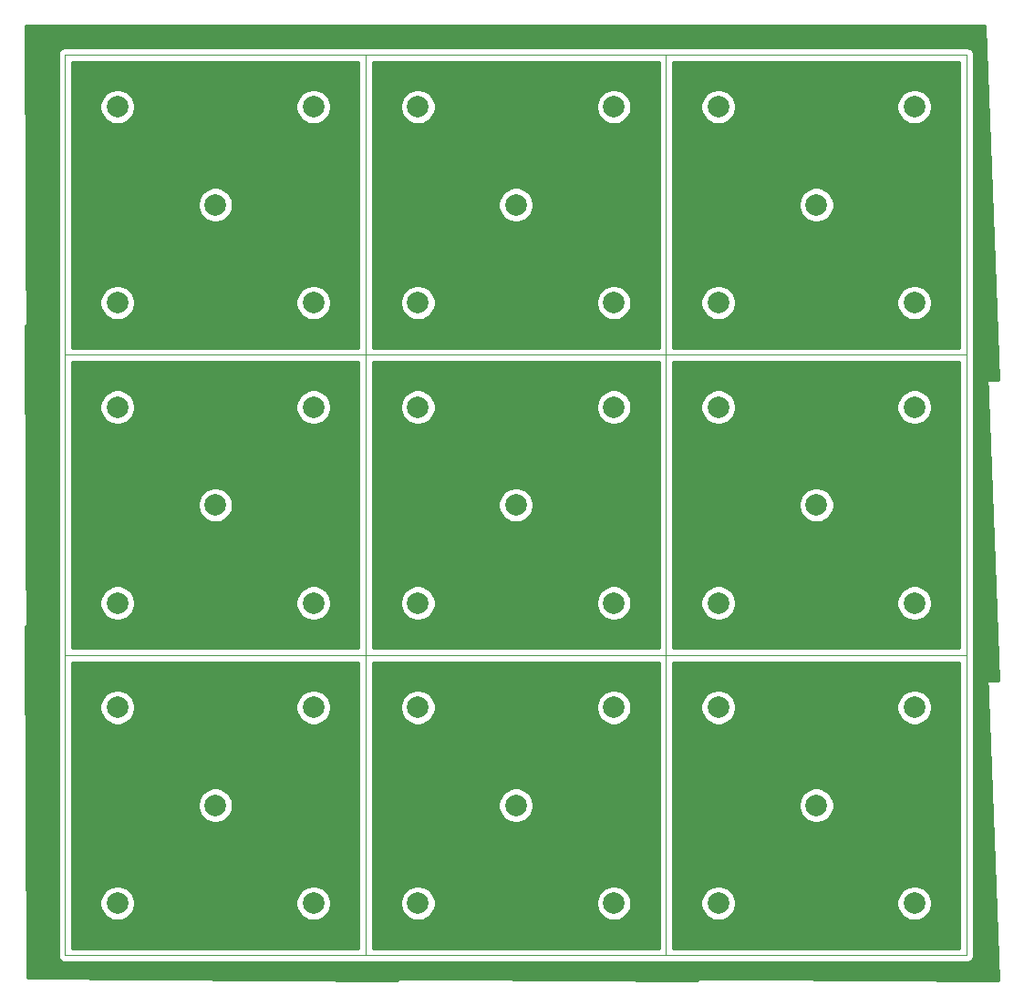
<source format=gbr>
G04 #@! TF.GenerationSoftware,KiCad,Pcbnew,5.1.5+dfsg1-2build2*
G04 #@! TF.CreationDate,2022-03-05T22:13:21-05:00*
G04 #@! TF.ProjectId,,58585858-5858-4585-9858-585858585858,rev?*
G04 #@! TF.SameCoordinates,Original*
G04 #@! TF.FileFunction,Copper,L2,Bot*
G04 #@! TF.FilePolarity,Positive*
%FSLAX46Y46*%
G04 Gerber Fmt 4.6, Leading zero omitted, Abs format (unit mm)*
G04 Created by KiCad (PCBNEW 5.1.5+dfsg1-2build2) date 2022-03-05 22:13:21*
%MOMM*%
%LPD*%
G04 APERTURE LIST*
%ADD10C,0.050000*%
%ADD11C,1.998980*%
%ADD12C,0.254000*%
G04 APERTURE END LIST*
D10*
X150427800Y-108121560D02*
X150427800Y-136021560D01*
X122527800Y-108121560D02*
X122527800Y-136021560D01*
X94627800Y-108121560D02*
X94627800Y-136021560D01*
X150427800Y-80221560D02*
X150427800Y-108121560D01*
X122527800Y-80221560D02*
X122527800Y-108121560D01*
X94627800Y-80221560D02*
X94627800Y-108121560D01*
X150427800Y-52321560D02*
X150427800Y-80221560D01*
X122527800Y-52321560D02*
X122527800Y-80221560D01*
X150427800Y-136021560D02*
X178327800Y-136021560D01*
X122527800Y-136021560D02*
X150427800Y-136021560D01*
X94627800Y-136021560D02*
X122527800Y-136021560D01*
X150427800Y-108121560D02*
X178327800Y-108121560D01*
X122527800Y-108121560D02*
X150427800Y-108121560D01*
X94627800Y-108121560D02*
X122527800Y-108121560D01*
X150427800Y-80221560D02*
X178327800Y-80221560D01*
X122527800Y-80221560D02*
X150427800Y-80221560D01*
X178327800Y-108121560D02*
X178327800Y-136021560D01*
X150427800Y-108121560D02*
X150427800Y-136021560D01*
X122527800Y-108121560D02*
X122527800Y-136021560D01*
X178327800Y-80221560D02*
X178327800Y-108121560D01*
X150427800Y-80221560D02*
X150427800Y-108121560D01*
X122527800Y-80221560D02*
X122527800Y-108121560D01*
X178327800Y-52321560D02*
X178327800Y-80221560D01*
X150427800Y-52321560D02*
X150427800Y-80221560D01*
X150427800Y-108121560D02*
X178327800Y-108121560D01*
X122527800Y-108121560D02*
X150427800Y-108121560D01*
X94627800Y-108121560D02*
X122527800Y-108121560D01*
X150427800Y-80221560D02*
X178327800Y-80221560D01*
X122527800Y-80221560D02*
X150427800Y-80221560D01*
X94627800Y-80221560D02*
X122527800Y-80221560D01*
X150427800Y-52321560D02*
X178327800Y-52321560D01*
X122527800Y-52321560D02*
X150427800Y-52321560D01*
X94627800Y-80221560D02*
X122527800Y-80221560D01*
X122527800Y-52321560D02*
X122527800Y-80221560D01*
X94627800Y-52321560D02*
X122527800Y-52321560D01*
X94627800Y-52321560D02*
X94627800Y-80221560D01*
D11*
X164377800Y-122071560D03*
X136477800Y-122071560D03*
X108577800Y-122071560D03*
X164377800Y-94171560D03*
X136477800Y-94171560D03*
X108577800Y-94171560D03*
X164377800Y-66271560D03*
X136477800Y-66271560D03*
X155277800Y-131171560D03*
X127377800Y-131171560D03*
X99477800Y-131171560D03*
X155277800Y-103271560D03*
X127377800Y-103271560D03*
X99477800Y-103271560D03*
X155277800Y-75371560D03*
X127377800Y-75371560D03*
X173477800Y-112971560D03*
X145577800Y-112971560D03*
X117677800Y-112971560D03*
X173477800Y-85071560D03*
X145577800Y-85071560D03*
X117677800Y-85071560D03*
X173477800Y-57171560D03*
X145577800Y-57171560D03*
X173477800Y-131171560D03*
X145577800Y-131171560D03*
X117677800Y-131171560D03*
X173477800Y-103271560D03*
X145577800Y-103271560D03*
X117677800Y-103271560D03*
X173477800Y-75371560D03*
X145577800Y-75371560D03*
X155277800Y-112971560D03*
X127377800Y-112971560D03*
X99477800Y-112971560D03*
X155277800Y-85071560D03*
X127377800Y-85071560D03*
X99477800Y-85071560D03*
X155277800Y-57171560D03*
X127377800Y-57171560D03*
X108577800Y-66271560D03*
X99477800Y-75371560D03*
X117677800Y-75371560D03*
X117677800Y-57171560D03*
X99477800Y-57171560D03*
D12*
G36*
X125470907Y-82569210D02*
G01*
X123187800Y-82550112D01*
X123187800Y-80881560D01*
X125405074Y-80881560D01*
X125470907Y-82569210D01*
G37*
X125470907Y-82569210D02*
X123187800Y-82550112D01*
X123187800Y-80881560D01*
X125405074Y-80881560D01*
X125470907Y-82569210D01*
G36*
X121867800Y-82539070D02*
G01*
X95287800Y-82316725D01*
X95287800Y-80881560D01*
X121867800Y-80881560D01*
X121867800Y-82539070D01*
G37*
X121867800Y-82539070D02*
X95287800Y-82316725D01*
X95287800Y-80881560D01*
X121867800Y-80881560D01*
X121867800Y-82539070D01*
G36*
X124185454Y-49616249D02*
G01*
X124265239Y-51661560D01*
X122560219Y-51661560D01*
X122527800Y-51658367D01*
X122495381Y-51661560D01*
X94660219Y-51661560D01*
X94627800Y-51658367D01*
X94595381Y-51661560D01*
X94498417Y-51671110D01*
X94374007Y-51708850D01*
X94259350Y-51770135D01*
X94158852Y-51852612D01*
X94076375Y-51953110D01*
X94015090Y-52067767D01*
X93977350Y-52192177D01*
X93964607Y-52321560D01*
X93967800Y-52353979D01*
X93967801Y-80189131D01*
X93964607Y-80221560D01*
X93967800Y-80253979D01*
X93967800Y-82305683D01*
X91114338Y-82281813D01*
X90973190Y-49585996D01*
X124185454Y-49616249D01*
G37*
X124185454Y-49616249D02*
X124265239Y-51661560D01*
X122560219Y-51661560D01*
X122527800Y-51658367D01*
X122495381Y-51661560D01*
X94660219Y-51661560D01*
X94627800Y-51658367D01*
X94595381Y-51661560D01*
X94498417Y-51671110D01*
X94374007Y-51708850D01*
X94259350Y-51770135D01*
X94158852Y-51852612D01*
X94076375Y-51953110D01*
X94015090Y-52067767D01*
X93977350Y-52192177D01*
X93964607Y-52321560D01*
X93967800Y-52353979D01*
X93967801Y-80189131D01*
X93964607Y-80221560D01*
X93967800Y-80253979D01*
X93967800Y-82305683D01*
X91114338Y-82281813D01*
X90973190Y-49585996D01*
X124185454Y-49616249D01*
G36*
X125353582Y-79561560D02*
G01*
X123187800Y-79561560D01*
X123187800Y-52981560D01*
X124316730Y-52981560D01*
X125353582Y-79561560D01*
G37*
X125353582Y-79561560D02*
X123187800Y-79561560D01*
X123187800Y-52981560D01*
X124316730Y-52981560D01*
X125353582Y-79561560D01*
G36*
X121867801Y-79561560D02*
G01*
X95287800Y-79561560D01*
X95287800Y-75210577D01*
X97843310Y-75210577D01*
X97843310Y-75532543D01*
X97906122Y-75848323D01*
X98029333Y-76145782D01*
X98208208Y-76413487D01*
X98435873Y-76641152D01*
X98703578Y-76820027D01*
X99001037Y-76943238D01*
X99316817Y-77006050D01*
X99638783Y-77006050D01*
X99954563Y-76943238D01*
X100252022Y-76820027D01*
X100519727Y-76641152D01*
X100747392Y-76413487D01*
X100926267Y-76145782D01*
X101049478Y-75848323D01*
X101112290Y-75532543D01*
X101112290Y-75210577D01*
X116043310Y-75210577D01*
X116043310Y-75532543D01*
X116106122Y-75848323D01*
X116229333Y-76145782D01*
X116408208Y-76413487D01*
X116635873Y-76641152D01*
X116903578Y-76820027D01*
X117201037Y-76943238D01*
X117516817Y-77006050D01*
X117838783Y-77006050D01*
X118154563Y-76943238D01*
X118452022Y-76820027D01*
X118719727Y-76641152D01*
X118947392Y-76413487D01*
X119126267Y-76145782D01*
X119249478Y-75848323D01*
X119312290Y-75532543D01*
X119312290Y-75210577D01*
X119249478Y-74894797D01*
X119126267Y-74597338D01*
X118947392Y-74329633D01*
X118719727Y-74101968D01*
X118452022Y-73923093D01*
X118154563Y-73799882D01*
X117838783Y-73737070D01*
X117516817Y-73737070D01*
X117201037Y-73799882D01*
X116903578Y-73923093D01*
X116635873Y-74101968D01*
X116408208Y-74329633D01*
X116229333Y-74597338D01*
X116106122Y-74894797D01*
X116043310Y-75210577D01*
X101112290Y-75210577D01*
X101049478Y-74894797D01*
X100926267Y-74597338D01*
X100747392Y-74329633D01*
X100519727Y-74101968D01*
X100252022Y-73923093D01*
X99954563Y-73799882D01*
X99638783Y-73737070D01*
X99316817Y-73737070D01*
X99001037Y-73799882D01*
X98703578Y-73923093D01*
X98435873Y-74101968D01*
X98208208Y-74329633D01*
X98029333Y-74597338D01*
X97906122Y-74894797D01*
X97843310Y-75210577D01*
X95287800Y-75210577D01*
X95287800Y-66110577D01*
X106943310Y-66110577D01*
X106943310Y-66432543D01*
X107006122Y-66748323D01*
X107129333Y-67045782D01*
X107308208Y-67313487D01*
X107535873Y-67541152D01*
X107803578Y-67720027D01*
X108101037Y-67843238D01*
X108416817Y-67906050D01*
X108738783Y-67906050D01*
X109054563Y-67843238D01*
X109352022Y-67720027D01*
X109619727Y-67541152D01*
X109847392Y-67313487D01*
X110026267Y-67045782D01*
X110149478Y-66748323D01*
X110212290Y-66432543D01*
X110212290Y-66110577D01*
X110149478Y-65794797D01*
X110026267Y-65497338D01*
X109847392Y-65229633D01*
X109619727Y-65001968D01*
X109352022Y-64823093D01*
X109054563Y-64699882D01*
X108738783Y-64637070D01*
X108416817Y-64637070D01*
X108101037Y-64699882D01*
X107803578Y-64823093D01*
X107535873Y-65001968D01*
X107308208Y-65229633D01*
X107129333Y-65497338D01*
X107006122Y-65794797D01*
X106943310Y-66110577D01*
X95287800Y-66110577D01*
X95287800Y-57010577D01*
X97843310Y-57010577D01*
X97843310Y-57332543D01*
X97906122Y-57648323D01*
X98029333Y-57945782D01*
X98208208Y-58213487D01*
X98435873Y-58441152D01*
X98703578Y-58620027D01*
X99001037Y-58743238D01*
X99316817Y-58806050D01*
X99638783Y-58806050D01*
X99954563Y-58743238D01*
X100252022Y-58620027D01*
X100519727Y-58441152D01*
X100747392Y-58213487D01*
X100926267Y-57945782D01*
X101049478Y-57648323D01*
X101112290Y-57332543D01*
X101112290Y-57010577D01*
X116043310Y-57010577D01*
X116043310Y-57332543D01*
X116106122Y-57648323D01*
X116229333Y-57945782D01*
X116408208Y-58213487D01*
X116635873Y-58441152D01*
X116903578Y-58620027D01*
X117201037Y-58743238D01*
X117516817Y-58806050D01*
X117838783Y-58806050D01*
X118154563Y-58743238D01*
X118452022Y-58620027D01*
X118719727Y-58441152D01*
X118947392Y-58213487D01*
X119126267Y-57945782D01*
X119249478Y-57648323D01*
X119312290Y-57332543D01*
X119312290Y-57010577D01*
X119249478Y-56694797D01*
X119126267Y-56397338D01*
X118947392Y-56129633D01*
X118719727Y-55901968D01*
X118452022Y-55723093D01*
X118154563Y-55599882D01*
X117838783Y-55537070D01*
X117516817Y-55537070D01*
X117201037Y-55599882D01*
X116903578Y-55723093D01*
X116635873Y-55901968D01*
X116408208Y-56129633D01*
X116229333Y-56397338D01*
X116106122Y-56694797D01*
X116043310Y-57010577D01*
X101112290Y-57010577D01*
X101049478Y-56694797D01*
X100926267Y-56397338D01*
X100747392Y-56129633D01*
X100519727Y-55901968D01*
X100252022Y-55723093D01*
X99954563Y-55599882D01*
X99638783Y-55537070D01*
X99316817Y-55537070D01*
X99001037Y-55599882D01*
X98703578Y-55723093D01*
X98435873Y-55901968D01*
X98208208Y-56129633D01*
X98029333Y-56397338D01*
X97906122Y-56694797D01*
X97843310Y-57010577D01*
X95287800Y-57010577D01*
X95287800Y-52981560D01*
X121867800Y-52981560D01*
X121867801Y-79561560D01*
G37*
X121867801Y-79561560D02*
X95287800Y-79561560D01*
X95287800Y-75210577D01*
X97843310Y-75210577D01*
X97843310Y-75532543D01*
X97906122Y-75848323D01*
X98029333Y-76145782D01*
X98208208Y-76413487D01*
X98435873Y-76641152D01*
X98703578Y-76820027D01*
X99001037Y-76943238D01*
X99316817Y-77006050D01*
X99638783Y-77006050D01*
X99954563Y-76943238D01*
X100252022Y-76820027D01*
X100519727Y-76641152D01*
X100747392Y-76413487D01*
X100926267Y-76145782D01*
X101049478Y-75848323D01*
X101112290Y-75532543D01*
X101112290Y-75210577D01*
X116043310Y-75210577D01*
X116043310Y-75532543D01*
X116106122Y-75848323D01*
X116229333Y-76145782D01*
X116408208Y-76413487D01*
X116635873Y-76641152D01*
X116903578Y-76820027D01*
X117201037Y-76943238D01*
X117516817Y-77006050D01*
X117838783Y-77006050D01*
X118154563Y-76943238D01*
X118452022Y-76820027D01*
X118719727Y-76641152D01*
X118947392Y-76413487D01*
X119126267Y-76145782D01*
X119249478Y-75848323D01*
X119312290Y-75532543D01*
X119312290Y-75210577D01*
X119249478Y-74894797D01*
X119126267Y-74597338D01*
X118947392Y-74329633D01*
X118719727Y-74101968D01*
X118452022Y-73923093D01*
X118154563Y-73799882D01*
X117838783Y-73737070D01*
X117516817Y-73737070D01*
X117201037Y-73799882D01*
X116903578Y-73923093D01*
X116635873Y-74101968D01*
X116408208Y-74329633D01*
X116229333Y-74597338D01*
X116106122Y-74894797D01*
X116043310Y-75210577D01*
X101112290Y-75210577D01*
X101049478Y-74894797D01*
X100926267Y-74597338D01*
X100747392Y-74329633D01*
X100519727Y-74101968D01*
X100252022Y-73923093D01*
X99954563Y-73799882D01*
X99638783Y-73737070D01*
X99316817Y-73737070D01*
X99001037Y-73799882D01*
X98703578Y-73923093D01*
X98435873Y-74101968D01*
X98208208Y-74329633D01*
X98029333Y-74597338D01*
X97906122Y-74894797D01*
X97843310Y-75210577D01*
X95287800Y-75210577D01*
X95287800Y-66110577D01*
X106943310Y-66110577D01*
X106943310Y-66432543D01*
X107006122Y-66748323D01*
X107129333Y-67045782D01*
X107308208Y-67313487D01*
X107535873Y-67541152D01*
X107803578Y-67720027D01*
X108101037Y-67843238D01*
X108416817Y-67906050D01*
X108738783Y-67906050D01*
X109054563Y-67843238D01*
X109352022Y-67720027D01*
X109619727Y-67541152D01*
X109847392Y-67313487D01*
X110026267Y-67045782D01*
X110149478Y-66748323D01*
X110212290Y-66432543D01*
X110212290Y-66110577D01*
X110149478Y-65794797D01*
X110026267Y-65497338D01*
X109847392Y-65229633D01*
X109619727Y-65001968D01*
X109352022Y-64823093D01*
X109054563Y-64699882D01*
X108738783Y-64637070D01*
X108416817Y-64637070D01*
X108101037Y-64699882D01*
X107803578Y-64823093D01*
X107535873Y-65001968D01*
X107308208Y-65229633D01*
X107129333Y-65497338D01*
X107006122Y-65794797D01*
X106943310Y-66110577D01*
X95287800Y-66110577D01*
X95287800Y-57010577D01*
X97843310Y-57010577D01*
X97843310Y-57332543D01*
X97906122Y-57648323D01*
X98029333Y-57945782D01*
X98208208Y-58213487D01*
X98435873Y-58441152D01*
X98703578Y-58620027D01*
X99001037Y-58743238D01*
X99316817Y-58806050D01*
X99638783Y-58806050D01*
X99954563Y-58743238D01*
X100252022Y-58620027D01*
X100519727Y-58441152D01*
X100747392Y-58213487D01*
X100926267Y-57945782D01*
X101049478Y-57648323D01*
X101112290Y-57332543D01*
X101112290Y-57010577D01*
X116043310Y-57010577D01*
X116043310Y-57332543D01*
X116106122Y-57648323D01*
X116229333Y-57945782D01*
X116408208Y-58213487D01*
X116635873Y-58441152D01*
X116903578Y-58620027D01*
X117201037Y-58743238D01*
X117516817Y-58806050D01*
X117838783Y-58806050D01*
X118154563Y-58743238D01*
X118452022Y-58620027D01*
X118719727Y-58441152D01*
X118947392Y-58213487D01*
X119126267Y-57945782D01*
X119249478Y-57648323D01*
X119312290Y-57332543D01*
X119312290Y-57010577D01*
X119249478Y-56694797D01*
X119126267Y-56397338D01*
X118947392Y-56129633D01*
X118719727Y-55901968D01*
X118452022Y-55723093D01*
X118154563Y-55599882D01*
X117838783Y-55537070D01*
X117516817Y-55537070D01*
X117201037Y-55599882D01*
X116903578Y-55723093D01*
X116635873Y-55901968D01*
X116408208Y-56129633D01*
X116229333Y-56397338D01*
X116106122Y-56694797D01*
X116043310Y-57010577D01*
X101112290Y-57010577D01*
X101049478Y-56694797D01*
X100926267Y-56397338D01*
X100747392Y-56129633D01*
X100519727Y-55901968D01*
X100252022Y-55723093D01*
X99954563Y-55599882D01*
X99638783Y-55537070D01*
X99316817Y-55537070D01*
X99001037Y-55599882D01*
X98703578Y-55723093D01*
X98435873Y-55901968D01*
X98208208Y-56129633D01*
X98029333Y-56397338D01*
X97906122Y-56694797D01*
X97843310Y-57010577D01*
X95287800Y-57010577D01*
X95287800Y-52981560D01*
X121867800Y-52981560D01*
X121867801Y-79561560D01*
G36*
X153370907Y-82569210D02*
G01*
X151087800Y-82550112D01*
X151087800Y-80881560D01*
X153305074Y-80881560D01*
X153370907Y-82569210D01*
G37*
X153370907Y-82569210D02*
X151087800Y-82550112D01*
X151087800Y-80881560D01*
X153305074Y-80881560D01*
X153370907Y-82569210D01*
G36*
X149767800Y-82539070D02*
G01*
X123187800Y-82316725D01*
X123187800Y-80881560D01*
X149767800Y-80881560D01*
X149767800Y-82539070D01*
G37*
X149767800Y-82539070D02*
X123187800Y-82316725D01*
X123187800Y-80881560D01*
X149767800Y-80881560D01*
X149767800Y-82539070D01*
G36*
X121867800Y-82305683D02*
G01*
X119014338Y-82281813D01*
X119008293Y-80881560D01*
X121867800Y-80881560D01*
X121867800Y-82305683D01*
G37*
X121867800Y-82305683D02*
X119014338Y-82281813D01*
X119008293Y-80881560D01*
X121867800Y-80881560D01*
X121867800Y-82305683D01*
G36*
X153253582Y-79561560D02*
G01*
X151087800Y-79561560D01*
X151087800Y-52981560D01*
X152216730Y-52981560D01*
X153253582Y-79561560D01*
G37*
X153253582Y-79561560D02*
X151087800Y-79561560D01*
X151087800Y-52981560D01*
X152216730Y-52981560D01*
X153253582Y-79561560D01*
G36*
X121867801Y-79561560D02*
G01*
X119002595Y-79561560D01*
X118988737Y-76351609D01*
X119126267Y-76145782D01*
X119249478Y-75848323D01*
X119312290Y-75532543D01*
X119312290Y-75210577D01*
X119249478Y-74894797D01*
X119126267Y-74597338D01*
X118980221Y-74378764D01*
X118910594Y-58250285D01*
X118947392Y-58213487D01*
X119126267Y-57945782D01*
X119249478Y-57648323D01*
X119312290Y-57332543D01*
X119312290Y-57010577D01*
X119249478Y-56694797D01*
X119126267Y-56397338D01*
X118947392Y-56129633D01*
X118901240Y-56083481D01*
X118887849Y-52981560D01*
X121867800Y-52981560D01*
X121867801Y-79561560D01*
G37*
X121867801Y-79561560D02*
X119002595Y-79561560D01*
X118988737Y-76351609D01*
X119126267Y-76145782D01*
X119249478Y-75848323D01*
X119312290Y-75532543D01*
X119312290Y-75210577D01*
X119249478Y-74894797D01*
X119126267Y-74597338D01*
X118980221Y-74378764D01*
X118910594Y-58250285D01*
X118947392Y-58213487D01*
X119126267Y-57945782D01*
X119249478Y-57648323D01*
X119312290Y-57332543D01*
X119312290Y-57010577D01*
X119249478Y-56694797D01*
X119126267Y-56397338D01*
X118947392Y-56129633D01*
X118901240Y-56083481D01*
X118887849Y-52981560D01*
X121867800Y-52981560D01*
X121867801Y-79561560D01*
G36*
X149767801Y-79561560D02*
G01*
X123187800Y-79561560D01*
X123187800Y-75210577D01*
X125743310Y-75210577D01*
X125743310Y-75532543D01*
X125806122Y-75848323D01*
X125929333Y-76145782D01*
X126108208Y-76413487D01*
X126335873Y-76641152D01*
X126603578Y-76820027D01*
X126901037Y-76943238D01*
X127216817Y-77006050D01*
X127538783Y-77006050D01*
X127854563Y-76943238D01*
X128152022Y-76820027D01*
X128419727Y-76641152D01*
X128647392Y-76413487D01*
X128826267Y-76145782D01*
X128949478Y-75848323D01*
X129012290Y-75532543D01*
X129012290Y-75210577D01*
X143943310Y-75210577D01*
X143943310Y-75532543D01*
X144006122Y-75848323D01*
X144129333Y-76145782D01*
X144308208Y-76413487D01*
X144535873Y-76641152D01*
X144803578Y-76820027D01*
X145101037Y-76943238D01*
X145416817Y-77006050D01*
X145738783Y-77006050D01*
X146054563Y-76943238D01*
X146352022Y-76820027D01*
X146619727Y-76641152D01*
X146847392Y-76413487D01*
X147026267Y-76145782D01*
X147149478Y-75848323D01*
X147212290Y-75532543D01*
X147212290Y-75210577D01*
X147149478Y-74894797D01*
X147026267Y-74597338D01*
X146847392Y-74329633D01*
X146619727Y-74101968D01*
X146352022Y-73923093D01*
X146054563Y-73799882D01*
X145738783Y-73737070D01*
X145416817Y-73737070D01*
X145101037Y-73799882D01*
X144803578Y-73923093D01*
X144535873Y-74101968D01*
X144308208Y-74329633D01*
X144129333Y-74597338D01*
X144006122Y-74894797D01*
X143943310Y-75210577D01*
X129012290Y-75210577D01*
X128949478Y-74894797D01*
X128826267Y-74597338D01*
X128647392Y-74329633D01*
X128419727Y-74101968D01*
X128152022Y-73923093D01*
X127854563Y-73799882D01*
X127538783Y-73737070D01*
X127216817Y-73737070D01*
X126901037Y-73799882D01*
X126603578Y-73923093D01*
X126335873Y-74101968D01*
X126108208Y-74329633D01*
X125929333Y-74597338D01*
X125806122Y-74894797D01*
X125743310Y-75210577D01*
X123187800Y-75210577D01*
X123187800Y-66110577D01*
X134843310Y-66110577D01*
X134843310Y-66432543D01*
X134906122Y-66748323D01*
X135029333Y-67045782D01*
X135208208Y-67313487D01*
X135435873Y-67541152D01*
X135703578Y-67720027D01*
X136001037Y-67843238D01*
X136316817Y-67906050D01*
X136638783Y-67906050D01*
X136954563Y-67843238D01*
X137252022Y-67720027D01*
X137519727Y-67541152D01*
X137747392Y-67313487D01*
X137926267Y-67045782D01*
X138049478Y-66748323D01*
X138112290Y-66432543D01*
X138112290Y-66110577D01*
X138049478Y-65794797D01*
X137926267Y-65497338D01*
X137747392Y-65229633D01*
X137519727Y-65001968D01*
X137252022Y-64823093D01*
X136954563Y-64699882D01*
X136638783Y-64637070D01*
X136316817Y-64637070D01*
X136001037Y-64699882D01*
X135703578Y-64823093D01*
X135435873Y-65001968D01*
X135208208Y-65229633D01*
X135029333Y-65497338D01*
X134906122Y-65794797D01*
X134843310Y-66110577D01*
X123187800Y-66110577D01*
X123187800Y-57010577D01*
X125743310Y-57010577D01*
X125743310Y-57332543D01*
X125806122Y-57648323D01*
X125929333Y-57945782D01*
X126108208Y-58213487D01*
X126335873Y-58441152D01*
X126603578Y-58620027D01*
X126901037Y-58743238D01*
X127216817Y-58806050D01*
X127538783Y-58806050D01*
X127854563Y-58743238D01*
X128152022Y-58620027D01*
X128419727Y-58441152D01*
X128647392Y-58213487D01*
X128826267Y-57945782D01*
X128949478Y-57648323D01*
X129012290Y-57332543D01*
X129012290Y-57010577D01*
X143943310Y-57010577D01*
X143943310Y-57332543D01*
X144006122Y-57648323D01*
X144129333Y-57945782D01*
X144308208Y-58213487D01*
X144535873Y-58441152D01*
X144803578Y-58620027D01*
X145101037Y-58743238D01*
X145416817Y-58806050D01*
X145738783Y-58806050D01*
X146054563Y-58743238D01*
X146352022Y-58620027D01*
X146619727Y-58441152D01*
X146847392Y-58213487D01*
X147026267Y-57945782D01*
X147149478Y-57648323D01*
X147212290Y-57332543D01*
X147212290Y-57010577D01*
X147149478Y-56694797D01*
X147026267Y-56397338D01*
X146847392Y-56129633D01*
X146619727Y-55901968D01*
X146352022Y-55723093D01*
X146054563Y-55599882D01*
X145738783Y-55537070D01*
X145416817Y-55537070D01*
X145101037Y-55599882D01*
X144803578Y-55723093D01*
X144535873Y-55901968D01*
X144308208Y-56129633D01*
X144129333Y-56397338D01*
X144006122Y-56694797D01*
X143943310Y-57010577D01*
X129012290Y-57010577D01*
X128949478Y-56694797D01*
X128826267Y-56397338D01*
X128647392Y-56129633D01*
X128419727Y-55901968D01*
X128152022Y-55723093D01*
X127854563Y-55599882D01*
X127538783Y-55537070D01*
X127216817Y-55537070D01*
X126901037Y-55599882D01*
X126603578Y-55723093D01*
X126335873Y-55901968D01*
X126108208Y-56129633D01*
X125929333Y-56397338D01*
X125806122Y-56694797D01*
X125743310Y-57010577D01*
X123187800Y-57010577D01*
X123187800Y-52981560D01*
X149767800Y-52981560D01*
X149767801Y-79561560D01*
G37*
X149767801Y-79561560D02*
X123187800Y-79561560D01*
X123187800Y-75210577D01*
X125743310Y-75210577D01*
X125743310Y-75532543D01*
X125806122Y-75848323D01*
X125929333Y-76145782D01*
X126108208Y-76413487D01*
X126335873Y-76641152D01*
X126603578Y-76820027D01*
X126901037Y-76943238D01*
X127216817Y-77006050D01*
X127538783Y-77006050D01*
X127854563Y-76943238D01*
X128152022Y-76820027D01*
X128419727Y-76641152D01*
X128647392Y-76413487D01*
X128826267Y-76145782D01*
X128949478Y-75848323D01*
X129012290Y-75532543D01*
X129012290Y-75210577D01*
X143943310Y-75210577D01*
X143943310Y-75532543D01*
X144006122Y-75848323D01*
X144129333Y-76145782D01*
X144308208Y-76413487D01*
X144535873Y-76641152D01*
X144803578Y-76820027D01*
X145101037Y-76943238D01*
X145416817Y-77006050D01*
X145738783Y-77006050D01*
X146054563Y-76943238D01*
X146352022Y-76820027D01*
X146619727Y-76641152D01*
X146847392Y-76413487D01*
X147026267Y-76145782D01*
X147149478Y-75848323D01*
X147212290Y-75532543D01*
X147212290Y-75210577D01*
X147149478Y-74894797D01*
X147026267Y-74597338D01*
X146847392Y-74329633D01*
X146619727Y-74101968D01*
X146352022Y-73923093D01*
X146054563Y-73799882D01*
X145738783Y-73737070D01*
X145416817Y-73737070D01*
X145101037Y-73799882D01*
X144803578Y-73923093D01*
X144535873Y-74101968D01*
X144308208Y-74329633D01*
X144129333Y-74597338D01*
X144006122Y-74894797D01*
X143943310Y-75210577D01*
X129012290Y-75210577D01*
X128949478Y-74894797D01*
X128826267Y-74597338D01*
X128647392Y-74329633D01*
X128419727Y-74101968D01*
X128152022Y-73923093D01*
X127854563Y-73799882D01*
X127538783Y-73737070D01*
X127216817Y-73737070D01*
X126901037Y-73799882D01*
X126603578Y-73923093D01*
X126335873Y-74101968D01*
X126108208Y-74329633D01*
X125929333Y-74597338D01*
X125806122Y-74894797D01*
X125743310Y-75210577D01*
X123187800Y-75210577D01*
X123187800Y-66110577D01*
X134843310Y-66110577D01*
X134843310Y-66432543D01*
X134906122Y-66748323D01*
X135029333Y-67045782D01*
X135208208Y-67313487D01*
X135435873Y-67541152D01*
X135703578Y-67720027D01*
X136001037Y-67843238D01*
X136316817Y-67906050D01*
X136638783Y-67906050D01*
X136954563Y-67843238D01*
X137252022Y-67720027D01*
X137519727Y-67541152D01*
X137747392Y-67313487D01*
X137926267Y-67045782D01*
X138049478Y-66748323D01*
X138112290Y-66432543D01*
X138112290Y-66110577D01*
X138049478Y-65794797D01*
X137926267Y-65497338D01*
X137747392Y-65229633D01*
X137519727Y-65001968D01*
X137252022Y-64823093D01*
X136954563Y-64699882D01*
X136638783Y-64637070D01*
X136316817Y-64637070D01*
X136001037Y-64699882D01*
X135703578Y-64823093D01*
X135435873Y-65001968D01*
X135208208Y-65229633D01*
X135029333Y-65497338D01*
X134906122Y-65794797D01*
X134843310Y-66110577D01*
X123187800Y-66110577D01*
X123187800Y-57010577D01*
X125743310Y-57010577D01*
X125743310Y-57332543D01*
X125806122Y-57648323D01*
X125929333Y-57945782D01*
X126108208Y-58213487D01*
X126335873Y-58441152D01*
X126603578Y-58620027D01*
X126901037Y-58743238D01*
X127216817Y-58806050D01*
X127538783Y-58806050D01*
X127854563Y-58743238D01*
X128152022Y-58620027D01*
X128419727Y-58441152D01*
X128647392Y-58213487D01*
X128826267Y-57945782D01*
X128949478Y-57648323D01*
X129012290Y-57332543D01*
X129012290Y-57010577D01*
X143943310Y-57010577D01*
X143943310Y-57332543D01*
X144006122Y-57648323D01*
X144129333Y-57945782D01*
X144308208Y-58213487D01*
X144535873Y-58441152D01*
X144803578Y-58620027D01*
X145101037Y-58743238D01*
X145416817Y-58806050D01*
X145738783Y-58806050D01*
X146054563Y-58743238D01*
X146352022Y-58620027D01*
X146619727Y-58441152D01*
X146847392Y-58213487D01*
X147026267Y-57945782D01*
X147149478Y-57648323D01*
X147212290Y-57332543D01*
X147212290Y-57010577D01*
X147149478Y-56694797D01*
X147026267Y-56397338D01*
X146847392Y-56129633D01*
X146619727Y-55901968D01*
X146352022Y-55723093D01*
X146054563Y-55599882D01*
X145738783Y-55537070D01*
X145416817Y-55537070D01*
X145101037Y-55599882D01*
X144803578Y-55723093D01*
X144535873Y-55901968D01*
X144308208Y-56129633D01*
X144129333Y-56397338D01*
X144006122Y-56694797D01*
X143943310Y-57010577D01*
X129012290Y-57010577D01*
X128949478Y-56694797D01*
X128826267Y-56397338D01*
X128647392Y-56129633D01*
X128419727Y-55901968D01*
X128152022Y-55723093D01*
X127854563Y-55599882D01*
X127538783Y-55537070D01*
X127216817Y-55537070D01*
X126901037Y-55599882D01*
X126603578Y-55723093D01*
X126335873Y-55901968D01*
X126108208Y-56129633D01*
X125929333Y-56397338D01*
X125806122Y-56694797D01*
X125743310Y-57010577D01*
X123187800Y-57010577D01*
X123187800Y-52981560D01*
X149767800Y-52981560D01*
X149767801Y-79561560D01*
G36*
X152085454Y-49616249D02*
G01*
X152165239Y-51661560D01*
X150460219Y-51661560D01*
X150427800Y-51658367D01*
X150395381Y-51661560D01*
X122560219Y-51661560D01*
X122527800Y-51658367D01*
X122495381Y-51661560D01*
X118882150Y-51661560D01*
X118873190Y-49585996D01*
X152085454Y-49616249D01*
G37*
X152085454Y-49616249D02*
X152165239Y-51661560D01*
X150460219Y-51661560D01*
X150427800Y-51658367D01*
X150395381Y-51661560D01*
X122560219Y-51661560D01*
X122527800Y-51658367D01*
X122495381Y-51661560D01*
X118882150Y-51661560D01*
X118873190Y-49585996D01*
X152085454Y-49616249D01*
G36*
X179985454Y-49616249D02*
G01*
X181270907Y-82569210D01*
X178987800Y-82550112D01*
X178987800Y-80253979D01*
X178990993Y-80221560D01*
X178987800Y-80189141D01*
X178987800Y-52353979D01*
X178990993Y-52321560D01*
X178978250Y-52192177D01*
X178940510Y-52067767D01*
X178879225Y-51953110D01*
X178796748Y-51852612D01*
X178696250Y-51770135D01*
X178581593Y-51708850D01*
X178457183Y-51671110D01*
X178360219Y-51661560D01*
X178327800Y-51658367D01*
X178295381Y-51661560D01*
X150460219Y-51661560D01*
X150427800Y-51658367D01*
X150395381Y-51661560D01*
X146782150Y-51661560D01*
X146773190Y-49585996D01*
X179985454Y-49616249D01*
G37*
X179985454Y-49616249D02*
X181270907Y-82569210D01*
X178987800Y-82550112D01*
X178987800Y-80253979D01*
X178990993Y-80221560D01*
X178987800Y-80189141D01*
X178987800Y-52353979D01*
X178990993Y-52321560D01*
X178978250Y-52192177D01*
X178940510Y-52067767D01*
X178879225Y-51953110D01*
X178796748Y-51852612D01*
X178696250Y-51770135D01*
X178581593Y-51708850D01*
X178457183Y-51671110D01*
X178360219Y-51661560D01*
X178327800Y-51658367D01*
X178295381Y-51661560D01*
X150460219Y-51661560D01*
X150427800Y-51658367D01*
X150395381Y-51661560D01*
X146782150Y-51661560D01*
X146773190Y-49585996D01*
X179985454Y-49616249D01*
G36*
X177667800Y-82539070D02*
G01*
X151087800Y-82316725D01*
X151087800Y-80881560D01*
X177667800Y-80881560D01*
X177667800Y-82539070D01*
G37*
X177667800Y-82539070D02*
X151087800Y-82316725D01*
X151087800Y-80881560D01*
X177667800Y-80881560D01*
X177667800Y-82539070D01*
G36*
X149767800Y-82305683D02*
G01*
X146914338Y-82281813D01*
X146908293Y-80881560D01*
X149767800Y-80881560D01*
X149767800Y-82305683D01*
G37*
X149767800Y-82305683D02*
X146914338Y-82281813D01*
X146908293Y-80881560D01*
X149767800Y-80881560D01*
X149767800Y-82305683D01*
G36*
X149767801Y-79561560D02*
G01*
X146902595Y-79561560D01*
X146888737Y-76351609D01*
X147026267Y-76145782D01*
X147149478Y-75848323D01*
X147212290Y-75532543D01*
X147212290Y-75210577D01*
X147149478Y-74894797D01*
X147026267Y-74597338D01*
X146880221Y-74378764D01*
X146810594Y-58250285D01*
X146847392Y-58213487D01*
X147026267Y-57945782D01*
X147149478Y-57648323D01*
X147212290Y-57332543D01*
X147212290Y-57010577D01*
X147149478Y-56694797D01*
X147026267Y-56397338D01*
X146847392Y-56129633D01*
X146801240Y-56083481D01*
X146787849Y-52981560D01*
X149767800Y-52981560D01*
X149767801Y-79561560D01*
G37*
X149767801Y-79561560D02*
X146902595Y-79561560D01*
X146888737Y-76351609D01*
X147026267Y-76145782D01*
X147149478Y-75848323D01*
X147212290Y-75532543D01*
X147212290Y-75210577D01*
X147149478Y-74894797D01*
X147026267Y-74597338D01*
X146880221Y-74378764D01*
X146810594Y-58250285D01*
X146847392Y-58213487D01*
X147026267Y-57945782D01*
X147149478Y-57648323D01*
X147212290Y-57332543D01*
X147212290Y-57010577D01*
X147149478Y-56694797D01*
X147026267Y-56397338D01*
X146847392Y-56129633D01*
X146801240Y-56083481D01*
X146787849Y-52981560D01*
X149767800Y-52981560D01*
X149767801Y-79561560D01*
G36*
X177667801Y-79561560D02*
G01*
X151087800Y-79561560D01*
X151087800Y-75210577D01*
X153643310Y-75210577D01*
X153643310Y-75532543D01*
X153706122Y-75848323D01*
X153829333Y-76145782D01*
X154008208Y-76413487D01*
X154235873Y-76641152D01*
X154503578Y-76820027D01*
X154801037Y-76943238D01*
X155116817Y-77006050D01*
X155438783Y-77006050D01*
X155754563Y-76943238D01*
X156052022Y-76820027D01*
X156319727Y-76641152D01*
X156547392Y-76413487D01*
X156726267Y-76145782D01*
X156849478Y-75848323D01*
X156912290Y-75532543D01*
X156912290Y-75210577D01*
X171843310Y-75210577D01*
X171843310Y-75532543D01*
X171906122Y-75848323D01*
X172029333Y-76145782D01*
X172208208Y-76413487D01*
X172435873Y-76641152D01*
X172703578Y-76820027D01*
X173001037Y-76943238D01*
X173316817Y-77006050D01*
X173638783Y-77006050D01*
X173954563Y-76943238D01*
X174252022Y-76820027D01*
X174519727Y-76641152D01*
X174747392Y-76413487D01*
X174926267Y-76145782D01*
X175049478Y-75848323D01*
X175112290Y-75532543D01*
X175112290Y-75210577D01*
X175049478Y-74894797D01*
X174926267Y-74597338D01*
X174747392Y-74329633D01*
X174519727Y-74101968D01*
X174252022Y-73923093D01*
X173954563Y-73799882D01*
X173638783Y-73737070D01*
X173316817Y-73737070D01*
X173001037Y-73799882D01*
X172703578Y-73923093D01*
X172435873Y-74101968D01*
X172208208Y-74329633D01*
X172029333Y-74597338D01*
X171906122Y-74894797D01*
X171843310Y-75210577D01*
X156912290Y-75210577D01*
X156849478Y-74894797D01*
X156726267Y-74597338D01*
X156547392Y-74329633D01*
X156319727Y-74101968D01*
X156052022Y-73923093D01*
X155754563Y-73799882D01*
X155438783Y-73737070D01*
X155116817Y-73737070D01*
X154801037Y-73799882D01*
X154503578Y-73923093D01*
X154235873Y-74101968D01*
X154008208Y-74329633D01*
X153829333Y-74597338D01*
X153706122Y-74894797D01*
X153643310Y-75210577D01*
X151087800Y-75210577D01*
X151087800Y-66110577D01*
X162743310Y-66110577D01*
X162743310Y-66432543D01*
X162806122Y-66748323D01*
X162929333Y-67045782D01*
X163108208Y-67313487D01*
X163335873Y-67541152D01*
X163603578Y-67720027D01*
X163901037Y-67843238D01*
X164216817Y-67906050D01*
X164538783Y-67906050D01*
X164854563Y-67843238D01*
X165152022Y-67720027D01*
X165419727Y-67541152D01*
X165647392Y-67313487D01*
X165826267Y-67045782D01*
X165949478Y-66748323D01*
X166012290Y-66432543D01*
X166012290Y-66110577D01*
X165949478Y-65794797D01*
X165826267Y-65497338D01*
X165647392Y-65229633D01*
X165419727Y-65001968D01*
X165152022Y-64823093D01*
X164854563Y-64699882D01*
X164538783Y-64637070D01*
X164216817Y-64637070D01*
X163901037Y-64699882D01*
X163603578Y-64823093D01*
X163335873Y-65001968D01*
X163108208Y-65229633D01*
X162929333Y-65497338D01*
X162806122Y-65794797D01*
X162743310Y-66110577D01*
X151087800Y-66110577D01*
X151087800Y-57010577D01*
X153643310Y-57010577D01*
X153643310Y-57332543D01*
X153706122Y-57648323D01*
X153829333Y-57945782D01*
X154008208Y-58213487D01*
X154235873Y-58441152D01*
X154503578Y-58620027D01*
X154801037Y-58743238D01*
X155116817Y-58806050D01*
X155438783Y-58806050D01*
X155754563Y-58743238D01*
X156052022Y-58620027D01*
X156319727Y-58441152D01*
X156547392Y-58213487D01*
X156726267Y-57945782D01*
X156849478Y-57648323D01*
X156912290Y-57332543D01*
X156912290Y-57010577D01*
X171843310Y-57010577D01*
X171843310Y-57332543D01*
X171906122Y-57648323D01*
X172029333Y-57945782D01*
X172208208Y-58213487D01*
X172435873Y-58441152D01*
X172703578Y-58620027D01*
X173001037Y-58743238D01*
X173316817Y-58806050D01*
X173638783Y-58806050D01*
X173954563Y-58743238D01*
X174252022Y-58620027D01*
X174519727Y-58441152D01*
X174747392Y-58213487D01*
X174926267Y-57945782D01*
X175049478Y-57648323D01*
X175112290Y-57332543D01*
X175112290Y-57010577D01*
X175049478Y-56694797D01*
X174926267Y-56397338D01*
X174747392Y-56129633D01*
X174519727Y-55901968D01*
X174252022Y-55723093D01*
X173954563Y-55599882D01*
X173638783Y-55537070D01*
X173316817Y-55537070D01*
X173001037Y-55599882D01*
X172703578Y-55723093D01*
X172435873Y-55901968D01*
X172208208Y-56129633D01*
X172029333Y-56397338D01*
X171906122Y-56694797D01*
X171843310Y-57010577D01*
X156912290Y-57010577D01*
X156849478Y-56694797D01*
X156726267Y-56397338D01*
X156547392Y-56129633D01*
X156319727Y-55901968D01*
X156052022Y-55723093D01*
X155754563Y-55599882D01*
X155438783Y-55537070D01*
X155116817Y-55537070D01*
X154801037Y-55599882D01*
X154503578Y-55723093D01*
X154235873Y-55901968D01*
X154008208Y-56129633D01*
X153829333Y-56397338D01*
X153706122Y-56694797D01*
X153643310Y-57010577D01*
X151087800Y-57010577D01*
X151087800Y-52981560D01*
X177667800Y-52981560D01*
X177667801Y-79561560D01*
G37*
X177667801Y-79561560D02*
X151087800Y-79561560D01*
X151087800Y-75210577D01*
X153643310Y-75210577D01*
X153643310Y-75532543D01*
X153706122Y-75848323D01*
X153829333Y-76145782D01*
X154008208Y-76413487D01*
X154235873Y-76641152D01*
X154503578Y-76820027D01*
X154801037Y-76943238D01*
X155116817Y-77006050D01*
X155438783Y-77006050D01*
X155754563Y-76943238D01*
X156052022Y-76820027D01*
X156319727Y-76641152D01*
X156547392Y-76413487D01*
X156726267Y-76145782D01*
X156849478Y-75848323D01*
X156912290Y-75532543D01*
X156912290Y-75210577D01*
X171843310Y-75210577D01*
X171843310Y-75532543D01*
X171906122Y-75848323D01*
X172029333Y-76145782D01*
X172208208Y-76413487D01*
X172435873Y-76641152D01*
X172703578Y-76820027D01*
X173001037Y-76943238D01*
X173316817Y-77006050D01*
X173638783Y-77006050D01*
X173954563Y-76943238D01*
X174252022Y-76820027D01*
X174519727Y-76641152D01*
X174747392Y-76413487D01*
X174926267Y-76145782D01*
X175049478Y-75848323D01*
X175112290Y-75532543D01*
X175112290Y-75210577D01*
X175049478Y-74894797D01*
X174926267Y-74597338D01*
X174747392Y-74329633D01*
X174519727Y-74101968D01*
X174252022Y-73923093D01*
X173954563Y-73799882D01*
X173638783Y-73737070D01*
X173316817Y-73737070D01*
X173001037Y-73799882D01*
X172703578Y-73923093D01*
X172435873Y-74101968D01*
X172208208Y-74329633D01*
X172029333Y-74597338D01*
X171906122Y-74894797D01*
X171843310Y-75210577D01*
X156912290Y-75210577D01*
X156849478Y-74894797D01*
X156726267Y-74597338D01*
X156547392Y-74329633D01*
X156319727Y-74101968D01*
X156052022Y-73923093D01*
X155754563Y-73799882D01*
X155438783Y-73737070D01*
X155116817Y-73737070D01*
X154801037Y-73799882D01*
X154503578Y-73923093D01*
X154235873Y-74101968D01*
X154008208Y-74329633D01*
X153829333Y-74597338D01*
X153706122Y-74894797D01*
X153643310Y-75210577D01*
X151087800Y-75210577D01*
X151087800Y-66110577D01*
X162743310Y-66110577D01*
X162743310Y-66432543D01*
X162806122Y-66748323D01*
X162929333Y-67045782D01*
X163108208Y-67313487D01*
X163335873Y-67541152D01*
X163603578Y-67720027D01*
X163901037Y-67843238D01*
X164216817Y-67906050D01*
X164538783Y-67906050D01*
X164854563Y-67843238D01*
X165152022Y-67720027D01*
X165419727Y-67541152D01*
X165647392Y-67313487D01*
X165826267Y-67045782D01*
X165949478Y-66748323D01*
X166012290Y-66432543D01*
X166012290Y-66110577D01*
X165949478Y-65794797D01*
X165826267Y-65497338D01*
X165647392Y-65229633D01*
X165419727Y-65001968D01*
X165152022Y-64823093D01*
X164854563Y-64699882D01*
X164538783Y-64637070D01*
X164216817Y-64637070D01*
X163901037Y-64699882D01*
X163603578Y-64823093D01*
X163335873Y-65001968D01*
X163108208Y-65229633D01*
X162929333Y-65497338D01*
X162806122Y-65794797D01*
X162743310Y-66110577D01*
X151087800Y-66110577D01*
X151087800Y-57010577D01*
X153643310Y-57010577D01*
X153643310Y-57332543D01*
X153706122Y-57648323D01*
X153829333Y-57945782D01*
X154008208Y-58213487D01*
X154235873Y-58441152D01*
X154503578Y-58620027D01*
X154801037Y-58743238D01*
X155116817Y-58806050D01*
X155438783Y-58806050D01*
X155754563Y-58743238D01*
X156052022Y-58620027D01*
X156319727Y-58441152D01*
X156547392Y-58213487D01*
X156726267Y-57945782D01*
X156849478Y-57648323D01*
X156912290Y-57332543D01*
X156912290Y-57010577D01*
X171843310Y-57010577D01*
X171843310Y-57332543D01*
X171906122Y-57648323D01*
X172029333Y-57945782D01*
X172208208Y-58213487D01*
X172435873Y-58441152D01*
X172703578Y-58620027D01*
X173001037Y-58743238D01*
X173316817Y-58806050D01*
X173638783Y-58806050D01*
X173954563Y-58743238D01*
X174252022Y-58620027D01*
X174519727Y-58441152D01*
X174747392Y-58213487D01*
X174926267Y-57945782D01*
X175049478Y-57648323D01*
X175112290Y-57332543D01*
X175112290Y-57010577D01*
X175049478Y-56694797D01*
X174926267Y-56397338D01*
X174747392Y-56129633D01*
X174519727Y-55901968D01*
X174252022Y-55723093D01*
X173954563Y-55599882D01*
X173638783Y-55537070D01*
X173316817Y-55537070D01*
X173001037Y-55599882D01*
X172703578Y-55723093D01*
X172435873Y-55901968D01*
X172208208Y-56129633D01*
X172029333Y-56397338D01*
X171906122Y-56694797D01*
X171843310Y-57010577D01*
X156912290Y-57010577D01*
X156849478Y-56694797D01*
X156726267Y-56397338D01*
X156547392Y-56129633D01*
X156319727Y-55901968D01*
X156052022Y-55723093D01*
X155754563Y-55599882D01*
X155438783Y-55537070D01*
X155116817Y-55537070D01*
X154801037Y-55599882D01*
X154503578Y-55723093D01*
X154235873Y-55901968D01*
X154008208Y-56129633D01*
X153829333Y-56397338D01*
X153706122Y-56694797D01*
X153643310Y-57010577D01*
X151087800Y-57010577D01*
X151087800Y-52981560D01*
X177667800Y-52981560D01*
X177667801Y-79561560D01*
G36*
X125470907Y-110469210D02*
G01*
X123187800Y-110450112D01*
X123187800Y-108781560D01*
X125405074Y-108781560D01*
X125470907Y-110469210D01*
G37*
X125470907Y-110469210D02*
X123187800Y-110450112D01*
X123187800Y-108781560D01*
X125405074Y-108781560D01*
X125470907Y-110469210D01*
G36*
X121867800Y-110439070D02*
G01*
X95287800Y-110216725D01*
X95287800Y-108781560D01*
X121867800Y-108781560D01*
X121867800Y-110439070D01*
G37*
X121867800Y-110439070D02*
X95287800Y-110216725D01*
X95287800Y-108781560D01*
X121867800Y-108781560D01*
X121867800Y-110439070D01*
G36*
X93967801Y-77488724D02*
G01*
X93967801Y-80189131D01*
X93964607Y-80221560D01*
X93967800Y-80253979D01*
X93967801Y-108089131D01*
X93964607Y-108121560D01*
X93967800Y-108153979D01*
X93967800Y-110205683D01*
X91114338Y-110181813D01*
X90973190Y-77485996D01*
X93967801Y-77488724D01*
G37*
X93967801Y-77488724D02*
X93967801Y-80189131D01*
X93964607Y-80221560D01*
X93967800Y-80253979D01*
X93967801Y-108089131D01*
X93964607Y-108121560D01*
X93967800Y-108153979D01*
X93967800Y-110205683D01*
X91114338Y-110181813D01*
X90973190Y-77485996D01*
X93967801Y-77488724D01*
G36*
X125353582Y-107461560D02*
G01*
X123187800Y-107461560D01*
X123187800Y-80881560D01*
X124316730Y-80881560D01*
X125353582Y-107461560D01*
G37*
X125353582Y-107461560D02*
X123187800Y-107461560D01*
X123187800Y-80881560D01*
X124316730Y-80881560D01*
X125353582Y-107461560D01*
G36*
X121867801Y-107461560D02*
G01*
X95287800Y-107461560D01*
X95287800Y-103110577D01*
X97843310Y-103110577D01*
X97843310Y-103432543D01*
X97906122Y-103748323D01*
X98029333Y-104045782D01*
X98208208Y-104313487D01*
X98435873Y-104541152D01*
X98703578Y-104720027D01*
X99001037Y-104843238D01*
X99316817Y-104906050D01*
X99638783Y-104906050D01*
X99954563Y-104843238D01*
X100252022Y-104720027D01*
X100519727Y-104541152D01*
X100747392Y-104313487D01*
X100926267Y-104045782D01*
X101049478Y-103748323D01*
X101112290Y-103432543D01*
X101112290Y-103110577D01*
X116043310Y-103110577D01*
X116043310Y-103432543D01*
X116106122Y-103748323D01*
X116229333Y-104045782D01*
X116408208Y-104313487D01*
X116635873Y-104541152D01*
X116903578Y-104720027D01*
X117201037Y-104843238D01*
X117516817Y-104906050D01*
X117838783Y-104906050D01*
X118154563Y-104843238D01*
X118452022Y-104720027D01*
X118719727Y-104541152D01*
X118947392Y-104313487D01*
X119126267Y-104045782D01*
X119249478Y-103748323D01*
X119312290Y-103432543D01*
X119312290Y-103110577D01*
X119249478Y-102794797D01*
X119126267Y-102497338D01*
X118947392Y-102229633D01*
X118719727Y-102001968D01*
X118452022Y-101823093D01*
X118154563Y-101699882D01*
X117838783Y-101637070D01*
X117516817Y-101637070D01*
X117201037Y-101699882D01*
X116903578Y-101823093D01*
X116635873Y-102001968D01*
X116408208Y-102229633D01*
X116229333Y-102497338D01*
X116106122Y-102794797D01*
X116043310Y-103110577D01*
X101112290Y-103110577D01*
X101049478Y-102794797D01*
X100926267Y-102497338D01*
X100747392Y-102229633D01*
X100519727Y-102001968D01*
X100252022Y-101823093D01*
X99954563Y-101699882D01*
X99638783Y-101637070D01*
X99316817Y-101637070D01*
X99001037Y-101699882D01*
X98703578Y-101823093D01*
X98435873Y-102001968D01*
X98208208Y-102229633D01*
X98029333Y-102497338D01*
X97906122Y-102794797D01*
X97843310Y-103110577D01*
X95287800Y-103110577D01*
X95287800Y-94010577D01*
X106943310Y-94010577D01*
X106943310Y-94332543D01*
X107006122Y-94648323D01*
X107129333Y-94945782D01*
X107308208Y-95213487D01*
X107535873Y-95441152D01*
X107803578Y-95620027D01*
X108101037Y-95743238D01*
X108416817Y-95806050D01*
X108738783Y-95806050D01*
X109054563Y-95743238D01*
X109352022Y-95620027D01*
X109619727Y-95441152D01*
X109847392Y-95213487D01*
X110026267Y-94945782D01*
X110149478Y-94648323D01*
X110212290Y-94332543D01*
X110212290Y-94010577D01*
X110149478Y-93694797D01*
X110026267Y-93397338D01*
X109847392Y-93129633D01*
X109619727Y-92901968D01*
X109352022Y-92723093D01*
X109054563Y-92599882D01*
X108738783Y-92537070D01*
X108416817Y-92537070D01*
X108101037Y-92599882D01*
X107803578Y-92723093D01*
X107535873Y-92901968D01*
X107308208Y-93129633D01*
X107129333Y-93397338D01*
X107006122Y-93694797D01*
X106943310Y-94010577D01*
X95287800Y-94010577D01*
X95287800Y-84910577D01*
X97843310Y-84910577D01*
X97843310Y-85232543D01*
X97906122Y-85548323D01*
X98029333Y-85845782D01*
X98208208Y-86113487D01*
X98435873Y-86341152D01*
X98703578Y-86520027D01*
X99001037Y-86643238D01*
X99316817Y-86706050D01*
X99638783Y-86706050D01*
X99954563Y-86643238D01*
X100252022Y-86520027D01*
X100519727Y-86341152D01*
X100747392Y-86113487D01*
X100926267Y-85845782D01*
X101049478Y-85548323D01*
X101112290Y-85232543D01*
X101112290Y-84910577D01*
X116043310Y-84910577D01*
X116043310Y-85232543D01*
X116106122Y-85548323D01*
X116229333Y-85845782D01*
X116408208Y-86113487D01*
X116635873Y-86341152D01*
X116903578Y-86520027D01*
X117201037Y-86643238D01*
X117516817Y-86706050D01*
X117838783Y-86706050D01*
X118154563Y-86643238D01*
X118452022Y-86520027D01*
X118719727Y-86341152D01*
X118947392Y-86113487D01*
X119126267Y-85845782D01*
X119249478Y-85548323D01*
X119312290Y-85232543D01*
X119312290Y-84910577D01*
X119249478Y-84594797D01*
X119126267Y-84297338D01*
X118947392Y-84029633D01*
X118719727Y-83801968D01*
X118452022Y-83623093D01*
X118154563Y-83499882D01*
X117838783Y-83437070D01*
X117516817Y-83437070D01*
X117201037Y-83499882D01*
X116903578Y-83623093D01*
X116635873Y-83801968D01*
X116408208Y-84029633D01*
X116229333Y-84297338D01*
X116106122Y-84594797D01*
X116043310Y-84910577D01*
X101112290Y-84910577D01*
X101049478Y-84594797D01*
X100926267Y-84297338D01*
X100747392Y-84029633D01*
X100519727Y-83801968D01*
X100252022Y-83623093D01*
X99954563Y-83499882D01*
X99638783Y-83437070D01*
X99316817Y-83437070D01*
X99001037Y-83499882D01*
X98703578Y-83623093D01*
X98435873Y-83801968D01*
X98208208Y-84029633D01*
X98029333Y-84297338D01*
X97906122Y-84594797D01*
X97843310Y-84910577D01*
X95287800Y-84910577D01*
X95287800Y-80881560D01*
X121867800Y-80881560D01*
X121867801Y-107461560D01*
G37*
X121867801Y-107461560D02*
X95287800Y-107461560D01*
X95287800Y-103110577D01*
X97843310Y-103110577D01*
X97843310Y-103432543D01*
X97906122Y-103748323D01*
X98029333Y-104045782D01*
X98208208Y-104313487D01*
X98435873Y-104541152D01*
X98703578Y-104720027D01*
X99001037Y-104843238D01*
X99316817Y-104906050D01*
X99638783Y-104906050D01*
X99954563Y-104843238D01*
X100252022Y-104720027D01*
X100519727Y-104541152D01*
X100747392Y-104313487D01*
X100926267Y-104045782D01*
X101049478Y-103748323D01*
X101112290Y-103432543D01*
X101112290Y-103110577D01*
X116043310Y-103110577D01*
X116043310Y-103432543D01*
X116106122Y-103748323D01*
X116229333Y-104045782D01*
X116408208Y-104313487D01*
X116635873Y-104541152D01*
X116903578Y-104720027D01*
X117201037Y-104843238D01*
X117516817Y-104906050D01*
X117838783Y-104906050D01*
X118154563Y-104843238D01*
X118452022Y-104720027D01*
X118719727Y-104541152D01*
X118947392Y-104313487D01*
X119126267Y-104045782D01*
X119249478Y-103748323D01*
X119312290Y-103432543D01*
X119312290Y-103110577D01*
X119249478Y-102794797D01*
X119126267Y-102497338D01*
X118947392Y-102229633D01*
X118719727Y-102001968D01*
X118452022Y-101823093D01*
X118154563Y-101699882D01*
X117838783Y-101637070D01*
X117516817Y-101637070D01*
X117201037Y-101699882D01*
X116903578Y-101823093D01*
X116635873Y-102001968D01*
X116408208Y-102229633D01*
X116229333Y-102497338D01*
X116106122Y-102794797D01*
X116043310Y-103110577D01*
X101112290Y-103110577D01*
X101049478Y-102794797D01*
X100926267Y-102497338D01*
X100747392Y-102229633D01*
X100519727Y-102001968D01*
X100252022Y-101823093D01*
X99954563Y-101699882D01*
X99638783Y-101637070D01*
X99316817Y-101637070D01*
X99001037Y-101699882D01*
X98703578Y-101823093D01*
X98435873Y-102001968D01*
X98208208Y-102229633D01*
X98029333Y-102497338D01*
X97906122Y-102794797D01*
X97843310Y-103110577D01*
X95287800Y-103110577D01*
X95287800Y-94010577D01*
X106943310Y-94010577D01*
X106943310Y-94332543D01*
X107006122Y-94648323D01*
X107129333Y-94945782D01*
X107308208Y-95213487D01*
X107535873Y-95441152D01*
X107803578Y-95620027D01*
X108101037Y-95743238D01*
X108416817Y-95806050D01*
X108738783Y-95806050D01*
X109054563Y-95743238D01*
X109352022Y-95620027D01*
X109619727Y-95441152D01*
X109847392Y-95213487D01*
X110026267Y-94945782D01*
X110149478Y-94648323D01*
X110212290Y-94332543D01*
X110212290Y-94010577D01*
X110149478Y-93694797D01*
X110026267Y-93397338D01*
X109847392Y-93129633D01*
X109619727Y-92901968D01*
X109352022Y-92723093D01*
X109054563Y-92599882D01*
X108738783Y-92537070D01*
X108416817Y-92537070D01*
X108101037Y-92599882D01*
X107803578Y-92723093D01*
X107535873Y-92901968D01*
X107308208Y-93129633D01*
X107129333Y-93397338D01*
X107006122Y-93694797D01*
X106943310Y-94010577D01*
X95287800Y-94010577D01*
X95287800Y-84910577D01*
X97843310Y-84910577D01*
X97843310Y-85232543D01*
X97906122Y-85548323D01*
X98029333Y-85845782D01*
X98208208Y-86113487D01*
X98435873Y-86341152D01*
X98703578Y-86520027D01*
X99001037Y-86643238D01*
X99316817Y-86706050D01*
X99638783Y-86706050D01*
X99954563Y-86643238D01*
X100252022Y-86520027D01*
X100519727Y-86341152D01*
X100747392Y-86113487D01*
X100926267Y-85845782D01*
X101049478Y-85548323D01*
X101112290Y-85232543D01*
X101112290Y-84910577D01*
X116043310Y-84910577D01*
X116043310Y-85232543D01*
X116106122Y-85548323D01*
X116229333Y-85845782D01*
X116408208Y-86113487D01*
X116635873Y-86341152D01*
X116903578Y-86520027D01*
X117201037Y-86643238D01*
X117516817Y-86706050D01*
X117838783Y-86706050D01*
X118154563Y-86643238D01*
X118452022Y-86520027D01*
X118719727Y-86341152D01*
X118947392Y-86113487D01*
X119126267Y-85845782D01*
X119249478Y-85548323D01*
X119312290Y-85232543D01*
X119312290Y-84910577D01*
X119249478Y-84594797D01*
X119126267Y-84297338D01*
X118947392Y-84029633D01*
X118719727Y-83801968D01*
X118452022Y-83623093D01*
X118154563Y-83499882D01*
X117838783Y-83437070D01*
X117516817Y-83437070D01*
X117201037Y-83499882D01*
X116903578Y-83623093D01*
X116635873Y-83801968D01*
X116408208Y-84029633D01*
X116229333Y-84297338D01*
X116106122Y-84594797D01*
X116043310Y-84910577D01*
X101112290Y-84910577D01*
X101049478Y-84594797D01*
X100926267Y-84297338D01*
X100747392Y-84029633D01*
X100519727Y-83801968D01*
X100252022Y-83623093D01*
X99954563Y-83499882D01*
X99638783Y-83437070D01*
X99316817Y-83437070D01*
X99001037Y-83499882D01*
X98703578Y-83623093D01*
X98435873Y-83801968D01*
X98208208Y-84029633D01*
X98029333Y-84297338D01*
X97906122Y-84594797D01*
X97843310Y-84910577D01*
X95287800Y-84910577D01*
X95287800Y-80881560D01*
X121867800Y-80881560D01*
X121867801Y-107461560D01*
G36*
X124185454Y-77516249D02*
G01*
X124265239Y-79561560D01*
X123187800Y-79561560D01*
X123187800Y-77515340D01*
X124185454Y-77516249D01*
G37*
X124185454Y-77516249D02*
X124265239Y-79561560D01*
X123187800Y-79561560D01*
X123187800Y-77515340D01*
X124185454Y-77516249D01*
G36*
X121867801Y-77514138D02*
G01*
X121867801Y-79561560D01*
X95287800Y-79561560D01*
X95287800Y-77489926D01*
X121867801Y-77514138D01*
G37*
X121867801Y-77514138D02*
X121867801Y-79561560D01*
X95287800Y-79561560D01*
X95287800Y-77489926D01*
X121867801Y-77514138D01*
G36*
X153370907Y-110469210D02*
G01*
X151087800Y-110450112D01*
X151087800Y-108781560D01*
X153305074Y-108781560D01*
X153370907Y-110469210D01*
G37*
X153370907Y-110469210D02*
X151087800Y-110450112D01*
X151087800Y-108781560D01*
X153305074Y-108781560D01*
X153370907Y-110469210D01*
G36*
X149767800Y-110439070D02*
G01*
X123187800Y-110216725D01*
X123187800Y-108781560D01*
X149767800Y-108781560D01*
X149767800Y-110439070D01*
G37*
X149767800Y-110439070D02*
X123187800Y-110216725D01*
X123187800Y-108781560D01*
X149767800Y-108781560D01*
X149767800Y-110439070D01*
G36*
X121867800Y-110205683D02*
G01*
X119014338Y-110181813D01*
X119008293Y-108781560D01*
X121867800Y-108781560D01*
X121867800Y-110205683D01*
G37*
X121867800Y-110205683D02*
X119014338Y-110181813D01*
X119008293Y-108781560D01*
X121867800Y-108781560D01*
X121867800Y-110205683D01*
G36*
X153253582Y-107461560D02*
G01*
X151087800Y-107461560D01*
X151087800Y-80881560D01*
X152216730Y-80881560D01*
X153253582Y-107461560D01*
G37*
X153253582Y-107461560D02*
X151087800Y-107461560D01*
X151087800Y-80881560D01*
X152216730Y-80881560D01*
X153253582Y-107461560D01*
G36*
X121867801Y-107461560D02*
G01*
X119002595Y-107461560D01*
X118988737Y-104251609D01*
X119126267Y-104045782D01*
X119249478Y-103748323D01*
X119312290Y-103432543D01*
X119312290Y-103110577D01*
X119249478Y-102794797D01*
X119126267Y-102497338D01*
X118980221Y-102278764D01*
X118910594Y-86150285D01*
X118947392Y-86113487D01*
X119126267Y-85845782D01*
X119249478Y-85548323D01*
X119312290Y-85232543D01*
X119312290Y-84910577D01*
X119249478Y-84594797D01*
X119126267Y-84297338D01*
X118947392Y-84029633D01*
X118901240Y-83983481D01*
X118887849Y-80881560D01*
X121867800Y-80881560D01*
X121867801Y-107461560D01*
G37*
X121867801Y-107461560D02*
X119002595Y-107461560D01*
X118988737Y-104251609D01*
X119126267Y-104045782D01*
X119249478Y-103748323D01*
X119312290Y-103432543D01*
X119312290Y-103110577D01*
X119249478Y-102794797D01*
X119126267Y-102497338D01*
X118980221Y-102278764D01*
X118910594Y-86150285D01*
X118947392Y-86113487D01*
X119126267Y-85845782D01*
X119249478Y-85548323D01*
X119312290Y-85232543D01*
X119312290Y-84910577D01*
X119249478Y-84594797D01*
X119126267Y-84297338D01*
X118947392Y-84029633D01*
X118901240Y-83983481D01*
X118887849Y-80881560D01*
X121867800Y-80881560D01*
X121867801Y-107461560D01*
G36*
X149767801Y-107461560D02*
G01*
X123187800Y-107461560D01*
X123187800Y-103110577D01*
X125743310Y-103110577D01*
X125743310Y-103432543D01*
X125806122Y-103748323D01*
X125929333Y-104045782D01*
X126108208Y-104313487D01*
X126335873Y-104541152D01*
X126603578Y-104720027D01*
X126901037Y-104843238D01*
X127216817Y-104906050D01*
X127538783Y-104906050D01*
X127854563Y-104843238D01*
X128152022Y-104720027D01*
X128419727Y-104541152D01*
X128647392Y-104313487D01*
X128826267Y-104045782D01*
X128949478Y-103748323D01*
X129012290Y-103432543D01*
X129012290Y-103110577D01*
X143943310Y-103110577D01*
X143943310Y-103432543D01*
X144006122Y-103748323D01*
X144129333Y-104045782D01*
X144308208Y-104313487D01*
X144535873Y-104541152D01*
X144803578Y-104720027D01*
X145101037Y-104843238D01*
X145416817Y-104906050D01*
X145738783Y-104906050D01*
X146054563Y-104843238D01*
X146352022Y-104720027D01*
X146619727Y-104541152D01*
X146847392Y-104313487D01*
X147026267Y-104045782D01*
X147149478Y-103748323D01*
X147212290Y-103432543D01*
X147212290Y-103110577D01*
X147149478Y-102794797D01*
X147026267Y-102497338D01*
X146847392Y-102229633D01*
X146619727Y-102001968D01*
X146352022Y-101823093D01*
X146054563Y-101699882D01*
X145738783Y-101637070D01*
X145416817Y-101637070D01*
X145101037Y-101699882D01*
X144803578Y-101823093D01*
X144535873Y-102001968D01*
X144308208Y-102229633D01*
X144129333Y-102497338D01*
X144006122Y-102794797D01*
X143943310Y-103110577D01*
X129012290Y-103110577D01*
X128949478Y-102794797D01*
X128826267Y-102497338D01*
X128647392Y-102229633D01*
X128419727Y-102001968D01*
X128152022Y-101823093D01*
X127854563Y-101699882D01*
X127538783Y-101637070D01*
X127216817Y-101637070D01*
X126901037Y-101699882D01*
X126603578Y-101823093D01*
X126335873Y-102001968D01*
X126108208Y-102229633D01*
X125929333Y-102497338D01*
X125806122Y-102794797D01*
X125743310Y-103110577D01*
X123187800Y-103110577D01*
X123187800Y-94010577D01*
X134843310Y-94010577D01*
X134843310Y-94332543D01*
X134906122Y-94648323D01*
X135029333Y-94945782D01*
X135208208Y-95213487D01*
X135435873Y-95441152D01*
X135703578Y-95620027D01*
X136001037Y-95743238D01*
X136316817Y-95806050D01*
X136638783Y-95806050D01*
X136954563Y-95743238D01*
X137252022Y-95620027D01*
X137519727Y-95441152D01*
X137747392Y-95213487D01*
X137926267Y-94945782D01*
X138049478Y-94648323D01*
X138112290Y-94332543D01*
X138112290Y-94010577D01*
X138049478Y-93694797D01*
X137926267Y-93397338D01*
X137747392Y-93129633D01*
X137519727Y-92901968D01*
X137252022Y-92723093D01*
X136954563Y-92599882D01*
X136638783Y-92537070D01*
X136316817Y-92537070D01*
X136001037Y-92599882D01*
X135703578Y-92723093D01*
X135435873Y-92901968D01*
X135208208Y-93129633D01*
X135029333Y-93397338D01*
X134906122Y-93694797D01*
X134843310Y-94010577D01*
X123187800Y-94010577D01*
X123187800Y-84910577D01*
X125743310Y-84910577D01*
X125743310Y-85232543D01*
X125806122Y-85548323D01*
X125929333Y-85845782D01*
X126108208Y-86113487D01*
X126335873Y-86341152D01*
X126603578Y-86520027D01*
X126901037Y-86643238D01*
X127216817Y-86706050D01*
X127538783Y-86706050D01*
X127854563Y-86643238D01*
X128152022Y-86520027D01*
X128419727Y-86341152D01*
X128647392Y-86113487D01*
X128826267Y-85845782D01*
X128949478Y-85548323D01*
X129012290Y-85232543D01*
X129012290Y-84910577D01*
X143943310Y-84910577D01*
X143943310Y-85232543D01*
X144006122Y-85548323D01*
X144129333Y-85845782D01*
X144308208Y-86113487D01*
X144535873Y-86341152D01*
X144803578Y-86520027D01*
X145101037Y-86643238D01*
X145416817Y-86706050D01*
X145738783Y-86706050D01*
X146054563Y-86643238D01*
X146352022Y-86520027D01*
X146619727Y-86341152D01*
X146847392Y-86113487D01*
X147026267Y-85845782D01*
X147149478Y-85548323D01*
X147212290Y-85232543D01*
X147212290Y-84910577D01*
X147149478Y-84594797D01*
X147026267Y-84297338D01*
X146847392Y-84029633D01*
X146619727Y-83801968D01*
X146352022Y-83623093D01*
X146054563Y-83499882D01*
X145738783Y-83437070D01*
X145416817Y-83437070D01*
X145101037Y-83499882D01*
X144803578Y-83623093D01*
X144535873Y-83801968D01*
X144308208Y-84029633D01*
X144129333Y-84297338D01*
X144006122Y-84594797D01*
X143943310Y-84910577D01*
X129012290Y-84910577D01*
X128949478Y-84594797D01*
X128826267Y-84297338D01*
X128647392Y-84029633D01*
X128419727Y-83801968D01*
X128152022Y-83623093D01*
X127854563Y-83499882D01*
X127538783Y-83437070D01*
X127216817Y-83437070D01*
X126901037Y-83499882D01*
X126603578Y-83623093D01*
X126335873Y-83801968D01*
X126108208Y-84029633D01*
X125929333Y-84297338D01*
X125806122Y-84594797D01*
X125743310Y-84910577D01*
X123187800Y-84910577D01*
X123187800Y-80881560D01*
X149767800Y-80881560D01*
X149767801Y-107461560D01*
G37*
X149767801Y-107461560D02*
X123187800Y-107461560D01*
X123187800Y-103110577D01*
X125743310Y-103110577D01*
X125743310Y-103432543D01*
X125806122Y-103748323D01*
X125929333Y-104045782D01*
X126108208Y-104313487D01*
X126335873Y-104541152D01*
X126603578Y-104720027D01*
X126901037Y-104843238D01*
X127216817Y-104906050D01*
X127538783Y-104906050D01*
X127854563Y-104843238D01*
X128152022Y-104720027D01*
X128419727Y-104541152D01*
X128647392Y-104313487D01*
X128826267Y-104045782D01*
X128949478Y-103748323D01*
X129012290Y-103432543D01*
X129012290Y-103110577D01*
X143943310Y-103110577D01*
X143943310Y-103432543D01*
X144006122Y-103748323D01*
X144129333Y-104045782D01*
X144308208Y-104313487D01*
X144535873Y-104541152D01*
X144803578Y-104720027D01*
X145101037Y-104843238D01*
X145416817Y-104906050D01*
X145738783Y-104906050D01*
X146054563Y-104843238D01*
X146352022Y-104720027D01*
X146619727Y-104541152D01*
X146847392Y-104313487D01*
X147026267Y-104045782D01*
X147149478Y-103748323D01*
X147212290Y-103432543D01*
X147212290Y-103110577D01*
X147149478Y-102794797D01*
X147026267Y-102497338D01*
X146847392Y-102229633D01*
X146619727Y-102001968D01*
X146352022Y-101823093D01*
X146054563Y-101699882D01*
X145738783Y-101637070D01*
X145416817Y-101637070D01*
X145101037Y-101699882D01*
X144803578Y-101823093D01*
X144535873Y-102001968D01*
X144308208Y-102229633D01*
X144129333Y-102497338D01*
X144006122Y-102794797D01*
X143943310Y-103110577D01*
X129012290Y-103110577D01*
X128949478Y-102794797D01*
X128826267Y-102497338D01*
X128647392Y-102229633D01*
X128419727Y-102001968D01*
X128152022Y-101823093D01*
X127854563Y-101699882D01*
X127538783Y-101637070D01*
X127216817Y-101637070D01*
X126901037Y-101699882D01*
X126603578Y-101823093D01*
X126335873Y-102001968D01*
X126108208Y-102229633D01*
X125929333Y-102497338D01*
X125806122Y-102794797D01*
X125743310Y-103110577D01*
X123187800Y-103110577D01*
X123187800Y-94010577D01*
X134843310Y-94010577D01*
X134843310Y-94332543D01*
X134906122Y-94648323D01*
X135029333Y-94945782D01*
X135208208Y-95213487D01*
X135435873Y-95441152D01*
X135703578Y-95620027D01*
X136001037Y-95743238D01*
X136316817Y-95806050D01*
X136638783Y-95806050D01*
X136954563Y-95743238D01*
X137252022Y-95620027D01*
X137519727Y-95441152D01*
X137747392Y-95213487D01*
X137926267Y-94945782D01*
X138049478Y-94648323D01*
X138112290Y-94332543D01*
X138112290Y-94010577D01*
X138049478Y-93694797D01*
X137926267Y-93397338D01*
X137747392Y-93129633D01*
X137519727Y-92901968D01*
X137252022Y-92723093D01*
X136954563Y-92599882D01*
X136638783Y-92537070D01*
X136316817Y-92537070D01*
X136001037Y-92599882D01*
X135703578Y-92723093D01*
X135435873Y-92901968D01*
X135208208Y-93129633D01*
X135029333Y-93397338D01*
X134906122Y-93694797D01*
X134843310Y-94010577D01*
X123187800Y-94010577D01*
X123187800Y-84910577D01*
X125743310Y-84910577D01*
X125743310Y-85232543D01*
X125806122Y-85548323D01*
X125929333Y-85845782D01*
X126108208Y-86113487D01*
X126335873Y-86341152D01*
X126603578Y-86520027D01*
X126901037Y-86643238D01*
X127216817Y-86706050D01*
X127538783Y-86706050D01*
X127854563Y-86643238D01*
X128152022Y-86520027D01*
X128419727Y-86341152D01*
X128647392Y-86113487D01*
X128826267Y-85845782D01*
X128949478Y-85548323D01*
X129012290Y-85232543D01*
X129012290Y-84910577D01*
X143943310Y-84910577D01*
X143943310Y-85232543D01*
X144006122Y-85548323D01*
X144129333Y-85845782D01*
X144308208Y-86113487D01*
X144535873Y-86341152D01*
X144803578Y-86520027D01*
X145101037Y-86643238D01*
X145416817Y-86706050D01*
X145738783Y-86706050D01*
X146054563Y-86643238D01*
X146352022Y-86520027D01*
X146619727Y-86341152D01*
X146847392Y-86113487D01*
X147026267Y-85845782D01*
X147149478Y-85548323D01*
X147212290Y-85232543D01*
X147212290Y-84910577D01*
X147149478Y-84594797D01*
X147026267Y-84297338D01*
X146847392Y-84029633D01*
X146619727Y-83801968D01*
X146352022Y-83623093D01*
X146054563Y-83499882D01*
X145738783Y-83437070D01*
X145416817Y-83437070D01*
X145101037Y-83499882D01*
X144803578Y-83623093D01*
X144535873Y-83801968D01*
X144308208Y-84029633D01*
X144129333Y-84297338D01*
X144006122Y-84594797D01*
X143943310Y-84910577D01*
X129012290Y-84910577D01*
X128949478Y-84594797D01*
X128826267Y-84297338D01*
X128647392Y-84029633D01*
X128419727Y-83801968D01*
X128152022Y-83623093D01*
X127854563Y-83499882D01*
X127538783Y-83437070D01*
X127216817Y-83437070D01*
X126901037Y-83499882D01*
X126603578Y-83623093D01*
X126335873Y-83801968D01*
X126108208Y-84029633D01*
X125929333Y-84297338D01*
X125806122Y-84594797D01*
X125743310Y-84910577D01*
X123187800Y-84910577D01*
X123187800Y-80881560D01*
X149767800Y-80881560D01*
X149767801Y-107461560D01*
G36*
X152085454Y-77516249D02*
G01*
X152165239Y-79561560D01*
X151087800Y-79561560D01*
X151087800Y-77515340D01*
X152085454Y-77516249D01*
G37*
X152085454Y-77516249D02*
X152165239Y-79561560D01*
X151087800Y-79561560D01*
X151087800Y-77515340D01*
X152085454Y-77516249D01*
G36*
X121867801Y-77488724D02*
G01*
X121867801Y-79561560D01*
X118882150Y-79561560D01*
X118873190Y-77485996D01*
X121867801Y-77488724D01*
G37*
X121867801Y-77488724D02*
X121867801Y-79561560D01*
X118882150Y-79561560D01*
X118873190Y-77485996D01*
X121867801Y-77488724D01*
G36*
X149767801Y-77514138D02*
G01*
X149767801Y-79561560D01*
X123187800Y-79561560D01*
X123187800Y-77489926D01*
X149767801Y-77514138D01*
G37*
X149767801Y-77514138D02*
X149767801Y-79561560D01*
X123187800Y-79561560D01*
X123187800Y-77489926D01*
X149767801Y-77514138D01*
G36*
X179985454Y-77516249D02*
G01*
X181270907Y-110469210D01*
X178987800Y-110450112D01*
X178987800Y-108153979D01*
X178990993Y-108121560D01*
X178987800Y-108089141D01*
X178987800Y-80253979D01*
X178990993Y-80221560D01*
X178987800Y-80189141D01*
X178987800Y-77515340D01*
X179985454Y-77516249D01*
G37*
X179985454Y-77516249D02*
X181270907Y-110469210D01*
X178987800Y-110450112D01*
X178987800Y-108153979D01*
X178990993Y-108121560D01*
X178987800Y-108089141D01*
X178987800Y-80253979D01*
X178990993Y-80221560D01*
X178987800Y-80189141D01*
X178987800Y-77515340D01*
X179985454Y-77516249D01*
G36*
X177667800Y-110439070D02*
G01*
X151087800Y-110216725D01*
X151087800Y-108781560D01*
X177667800Y-108781560D01*
X177667800Y-110439070D01*
G37*
X177667800Y-110439070D02*
X151087800Y-110216725D01*
X151087800Y-108781560D01*
X177667800Y-108781560D01*
X177667800Y-110439070D01*
G36*
X149767800Y-110205683D02*
G01*
X146914338Y-110181813D01*
X146908293Y-108781560D01*
X149767800Y-108781560D01*
X149767800Y-110205683D01*
G37*
X149767800Y-110205683D02*
X146914338Y-110181813D01*
X146908293Y-108781560D01*
X149767800Y-108781560D01*
X149767800Y-110205683D01*
G36*
X149767801Y-107461560D02*
G01*
X146902595Y-107461560D01*
X146888737Y-104251609D01*
X147026267Y-104045782D01*
X147149478Y-103748323D01*
X147212290Y-103432543D01*
X147212290Y-103110577D01*
X147149478Y-102794797D01*
X147026267Y-102497338D01*
X146880221Y-102278764D01*
X146810594Y-86150285D01*
X146847392Y-86113487D01*
X147026267Y-85845782D01*
X147149478Y-85548323D01*
X147212290Y-85232543D01*
X147212290Y-84910577D01*
X147149478Y-84594797D01*
X147026267Y-84297338D01*
X146847392Y-84029633D01*
X146801240Y-83983481D01*
X146787849Y-80881560D01*
X149767800Y-80881560D01*
X149767801Y-107461560D01*
G37*
X149767801Y-107461560D02*
X146902595Y-107461560D01*
X146888737Y-104251609D01*
X147026267Y-104045782D01*
X147149478Y-103748323D01*
X147212290Y-103432543D01*
X147212290Y-103110577D01*
X147149478Y-102794797D01*
X147026267Y-102497338D01*
X146880221Y-102278764D01*
X146810594Y-86150285D01*
X146847392Y-86113487D01*
X147026267Y-85845782D01*
X147149478Y-85548323D01*
X147212290Y-85232543D01*
X147212290Y-84910577D01*
X147149478Y-84594797D01*
X147026267Y-84297338D01*
X146847392Y-84029633D01*
X146801240Y-83983481D01*
X146787849Y-80881560D01*
X149767800Y-80881560D01*
X149767801Y-107461560D01*
G36*
X177667801Y-107461560D02*
G01*
X151087800Y-107461560D01*
X151087800Y-103110577D01*
X153643310Y-103110577D01*
X153643310Y-103432543D01*
X153706122Y-103748323D01*
X153829333Y-104045782D01*
X154008208Y-104313487D01*
X154235873Y-104541152D01*
X154503578Y-104720027D01*
X154801037Y-104843238D01*
X155116817Y-104906050D01*
X155438783Y-104906050D01*
X155754563Y-104843238D01*
X156052022Y-104720027D01*
X156319727Y-104541152D01*
X156547392Y-104313487D01*
X156726267Y-104045782D01*
X156849478Y-103748323D01*
X156912290Y-103432543D01*
X156912290Y-103110577D01*
X171843310Y-103110577D01*
X171843310Y-103432543D01*
X171906122Y-103748323D01*
X172029333Y-104045782D01*
X172208208Y-104313487D01*
X172435873Y-104541152D01*
X172703578Y-104720027D01*
X173001037Y-104843238D01*
X173316817Y-104906050D01*
X173638783Y-104906050D01*
X173954563Y-104843238D01*
X174252022Y-104720027D01*
X174519727Y-104541152D01*
X174747392Y-104313487D01*
X174926267Y-104045782D01*
X175049478Y-103748323D01*
X175112290Y-103432543D01*
X175112290Y-103110577D01*
X175049478Y-102794797D01*
X174926267Y-102497338D01*
X174747392Y-102229633D01*
X174519727Y-102001968D01*
X174252022Y-101823093D01*
X173954563Y-101699882D01*
X173638783Y-101637070D01*
X173316817Y-101637070D01*
X173001037Y-101699882D01*
X172703578Y-101823093D01*
X172435873Y-102001968D01*
X172208208Y-102229633D01*
X172029333Y-102497338D01*
X171906122Y-102794797D01*
X171843310Y-103110577D01*
X156912290Y-103110577D01*
X156849478Y-102794797D01*
X156726267Y-102497338D01*
X156547392Y-102229633D01*
X156319727Y-102001968D01*
X156052022Y-101823093D01*
X155754563Y-101699882D01*
X155438783Y-101637070D01*
X155116817Y-101637070D01*
X154801037Y-101699882D01*
X154503578Y-101823093D01*
X154235873Y-102001968D01*
X154008208Y-102229633D01*
X153829333Y-102497338D01*
X153706122Y-102794797D01*
X153643310Y-103110577D01*
X151087800Y-103110577D01*
X151087800Y-94010577D01*
X162743310Y-94010577D01*
X162743310Y-94332543D01*
X162806122Y-94648323D01*
X162929333Y-94945782D01*
X163108208Y-95213487D01*
X163335873Y-95441152D01*
X163603578Y-95620027D01*
X163901037Y-95743238D01*
X164216817Y-95806050D01*
X164538783Y-95806050D01*
X164854563Y-95743238D01*
X165152022Y-95620027D01*
X165419727Y-95441152D01*
X165647392Y-95213487D01*
X165826267Y-94945782D01*
X165949478Y-94648323D01*
X166012290Y-94332543D01*
X166012290Y-94010577D01*
X165949478Y-93694797D01*
X165826267Y-93397338D01*
X165647392Y-93129633D01*
X165419727Y-92901968D01*
X165152022Y-92723093D01*
X164854563Y-92599882D01*
X164538783Y-92537070D01*
X164216817Y-92537070D01*
X163901037Y-92599882D01*
X163603578Y-92723093D01*
X163335873Y-92901968D01*
X163108208Y-93129633D01*
X162929333Y-93397338D01*
X162806122Y-93694797D01*
X162743310Y-94010577D01*
X151087800Y-94010577D01*
X151087800Y-84910577D01*
X153643310Y-84910577D01*
X153643310Y-85232543D01*
X153706122Y-85548323D01*
X153829333Y-85845782D01*
X154008208Y-86113487D01*
X154235873Y-86341152D01*
X154503578Y-86520027D01*
X154801037Y-86643238D01*
X155116817Y-86706050D01*
X155438783Y-86706050D01*
X155754563Y-86643238D01*
X156052022Y-86520027D01*
X156319727Y-86341152D01*
X156547392Y-86113487D01*
X156726267Y-85845782D01*
X156849478Y-85548323D01*
X156912290Y-85232543D01*
X156912290Y-84910577D01*
X171843310Y-84910577D01*
X171843310Y-85232543D01*
X171906122Y-85548323D01*
X172029333Y-85845782D01*
X172208208Y-86113487D01*
X172435873Y-86341152D01*
X172703578Y-86520027D01*
X173001037Y-86643238D01*
X173316817Y-86706050D01*
X173638783Y-86706050D01*
X173954563Y-86643238D01*
X174252022Y-86520027D01*
X174519727Y-86341152D01*
X174747392Y-86113487D01*
X174926267Y-85845782D01*
X175049478Y-85548323D01*
X175112290Y-85232543D01*
X175112290Y-84910577D01*
X175049478Y-84594797D01*
X174926267Y-84297338D01*
X174747392Y-84029633D01*
X174519727Y-83801968D01*
X174252022Y-83623093D01*
X173954563Y-83499882D01*
X173638783Y-83437070D01*
X173316817Y-83437070D01*
X173001037Y-83499882D01*
X172703578Y-83623093D01*
X172435873Y-83801968D01*
X172208208Y-84029633D01*
X172029333Y-84297338D01*
X171906122Y-84594797D01*
X171843310Y-84910577D01*
X156912290Y-84910577D01*
X156849478Y-84594797D01*
X156726267Y-84297338D01*
X156547392Y-84029633D01*
X156319727Y-83801968D01*
X156052022Y-83623093D01*
X155754563Y-83499882D01*
X155438783Y-83437070D01*
X155116817Y-83437070D01*
X154801037Y-83499882D01*
X154503578Y-83623093D01*
X154235873Y-83801968D01*
X154008208Y-84029633D01*
X153829333Y-84297338D01*
X153706122Y-84594797D01*
X153643310Y-84910577D01*
X151087800Y-84910577D01*
X151087800Y-80881560D01*
X177667800Y-80881560D01*
X177667801Y-107461560D01*
G37*
X177667801Y-107461560D02*
X151087800Y-107461560D01*
X151087800Y-103110577D01*
X153643310Y-103110577D01*
X153643310Y-103432543D01*
X153706122Y-103748323D01*
X153829333Y-104045782D01*
X154008208Y-104313487D01*
X154235873Y-104541152D01*
X154503578Y-104720027D01*
X154801037Y-104843238D01*
X155116817Y-104906050D01*
X155438783Y-104906050D01*
X155754563Y-104843238D01*
X156052022Y-104720027D01*
X156319727Y-104541152D01*
X156547392Y-104313487D01*
X156726267Y-104045782D01*
X156849478Y-103748323D01*
X156912290Y-103432543D01*
X156912290Y-103110577D01*
X171843310Y-103110577D01*
X171843310Y-103432543D01*
X171906122Y-103748323D01*
X172029333Y-104045782D01*
X172208208Y-104313487D01*
X172435873Y-104541152D01*
X172703578Y-104720027D01*
X173001037Y-104843238D01*
X173316817Y-104906050D01*
X173638783Y-104906050D01*
X173954563Y-104843238D01*
X174252022Y-104720027D01*
X174519727Y-104541152D01*
X174747392Y-104313487D01*
X174926267Y-104045782D01*
X175049478Y-103748323D01*
X175112290Y-103432543D01*
X175112290Y-103110577D01*
X175049478Y-102794797D01*
X174926267Y-102497338D01*
X174747392Y-102229633D01*
X174519727Y-102001968D01*
X174252022Y-101823093D01*
X173954563Y-101699882D01*
X173638783Y-101637070D01*
X173316817Y-101637070D01*
X173001037Y-101699882D01*
X172703578Y-101823093D01*
X172435873Y-102001968D01*
X172208208Y-102229633D01*
X172029333Y-102497338D01*
X171906122Y-102794797D01*
X171843310Y-103110577D01*
X156912290Y-103110577D01*
X156849478Y-102794797D01*
X156726267Y-102497338D01*
X156547392Y-102229633D01*
X156319727Y-102001968D01*
X156052022Y-101823093D01*
X155754563Y-101699882D01*
X155438783Y-101637070D01*
X155116817Y-101637070D01*
X154801037Y-101699882D01*
X154503578Y-101823093D01*
X154235873Y-102001968D01*
X154008208Y-102229633D01*
X153829333Y-102497338D01*
X153706122Y-102794797D01*
X153643310Y-103110577D01*
X151087800Y-103110577D01*
X151087800Y-94010577D01*
X162743310Y-94010577D01*
X162743310Y-94332543D01*
X162806122Y-94648323D01*
X162929333Y-94945782D01*
X163108208Y-95213487D01*
X163335873Y-95441152D01*
X163603578Y-95620027D01*
X163901037Y-95743238D01*
X164216817Y-95806050D01*
X164538783Y-95806050D01*
X164854563Y-95743238D01*
X165152022Y-95620027D01*
X165419727Y-95441152D01*
X165647392Y-95213487D01*
X165826267Y-94945782D01*
X165949478Y-94648323D01*
X166012290Y-94332543D01*
X166012290Y-94010577D01*
X165949478Y-93694797D01*
X165826267Y-93397338D01*
X165647392Y-93129633D01*
X165419727Y-92901968D01*
X165152022Y-92723093D01*
X164854563Y-92599882D01*
X164538783Y-92537070D01*
X164216817Y-92537070D01*
X163901037Y-92599882D01*
X163603578Y-92723093D01*
X163335873Y-92901968D01*
X163108208Y-93129633D01*
X162929333Y-93397338D01*
X162806122Y-93694797D01*
X162743310Y-94010577D01*
X151087800Y-94010577D01*
X151087800Y-84910577D01*
X153643310Y-84910577D01*
X153643310Y-85232543D01*
X153706122Y-85548323D01*
X153829333Y-85845782D01*
X154008208Y-86113487D01*
X154235873Y-86341152D01*
X154503578Y-86520027D01*
X154801037Y-86643238D01*
X155116817Y-86706050D01*
X155438783Y-86706050D01*
X155754563Y-86643238D01*
X156052022Y-86520027D01*
X156319727Y-86341152D01*
X156547392Y-86113487D01*
X156726267Y-85845782D01*
X156849478Y-85548323D01*
X156912290Y-85232543D01*
X156912290Y-84910577D01*
X171843310Y-84910577D01*
X171843310Y-85232543D01*
X171906122Y-85548323D01*
X172029333Y-85845782D01*
X172208208Y-86113487D01*
X172435873Y-86341152D01*
X172703578Y-86520027D01*
X173001037Y-86643238D01*
X173316817Y-86706050D01*
X173638783Y-86706050D01*
X173954563Y-86643238D01*
X174252022Y-86520027D01*
X174519727Y-86341152D01*
X174747392Y-86113487D01*
X174926267Y-85845782D01*
X175049478Y-85548323D01*
X175112290Y-85232543D01*
X175112290Y-84910577D01*
X175049478Y-84594797D01*
X174926267Y-84297338D01*
X174747392Y-84029633D01*
X174519727Y-83801968D01*
X174252022Y-83623093D01*
X173954563Y-83499882D01*
X173638783Y-83437070D01*
X173316817Y-83437070D01*
X173001037Y-83499882D01*
X172703578Y-83623093D01*
X172435873Y-83801968D01*
X172208208Y-84029633D01*
X172029333Y-84297338D01*
X171906122Y-84594797D01*
X171843310Y-84910577D01*
X156912290Y-84910577D01*
X156849478Y-84594797D01*
X156726267Y-84297338D01*
X156547392Y-84029633D01*
X156319727Y-83801968D01*
X156052022Y-83623093D01*
X155754563Y-83499882D01*
X155438783Y-83437070D01*
X155116817Y-83437070D01*
X154801037Y-83499882D01*
X154503578Y-83623093D01*
X154235873Y-83801968D01*
X154008208Y-84029633D01*
X153829333Y-84297338D01*
X153706122Y-84594797D01*
X153643310Y-84910577D01*
X151087800Y-84910577D01*
X151087800Y-80881560D01*
X177667800Y-80881560D01*
X177667801Y-107461560D01*
G36*
X149767801Y-77488724D02*
G01*
X149767801Y-79561560D01*
X146782150Y-79561560D01*
X146773190Y-77485996D01*
X149767801Y-77488724D01*
G37*
X149767801Y-77488724D02*
X149767801Y-79561560D01*
X146782150Y-79561560D01*
X146773190Y-77485996D01*
X149767801Y-77488724D01*
G36*
X177667801Y-77514138D02*
G01*
X177667801Y-79561560D01*
X151087800Y-79561560D01*
X151087800Y-77489926D01*
X177667801Y-77514138D01*
G37*
X177667801Y-77514138D02*
X177667801Y-79561560D01*
X151087800Y-79561560D01*
X151087800Y-77489926D01*
X177667801Y-77514138D01*
G36*
X93967801Y-105388724D02*
G01*
X93967801Y-108089131D01*
X93964607Y-108121560D01*
X93967800Y-108153979D01*
X93967801Y-135989131D01*
X93964607Y-136021560D01*
X93977350Y-136150943D01*
X94015090Y-136275353D01*
X94076375Y-136390010D01*
X94158852Y-136490508D01*
X94259350Y-136572985D01*
X94374007Y-136634270D01*
X94498417Y-136672010D01*
X94595381Y-136681560D01*
X94627800Y-136684753D01*
X94660219Y-136681560D01*
X122495381Y-136681560D01*
X122527800Y-136684753D01*
X122560219Y-136681560D01*
X125405074Y-136681560D01*
X125470907Y-138369210D01*
X91114338Y-138081813D01*
X90973190Y-105385996D01*
X93967801Y-105388724D01*
G37*
X93967801Y-105388724D02*
X93967801Y-108089131D01*
X93964607Y-108121560D01*
X93967800Y-108153979D01*
X93967801Y-135989131D01*
X93964607Y-136021560D01*
X93977350Y-136150943D01*
X94015090Y-136275353D01*
X94076375Y-136390010D01*
X94158852Y-136490508D01*
X94259350Y-136572985D01*
X94374007Y-136634270D01*
X94498417Y-136672010D01*
X94595381Y-136681560D01*
X94627800Y-136684753D01*
X94660219Y-136681560D01*
X122495381Y-136681560D01*
X122527800Y-136684753D01*
X122560219Y-136681560D01*
X125405074Y-136681560D01*
X125470907Y-138369210D01*
X91114338Y-138081813D01*
X90973190Y-105385996D01*
X93967801Y-105388724D01*
G36*
X125353582Y-135361560D02*
G01*
X123187800Y-135361560D01*
X123187800Y-108781560D01*
X124316730Y-108781560D01*
X125353582Y-135361560D01*
G37*
X125353582Y-135361560D02*
X123187800Y-135361560D01*
X123187800Y-108781560D01*
X124316730Y-108781560D01*
X125353582Y-135361560D01*
G36*
X121867801Y-135361560D02*
G01*
X95287800Y-135361560D01*
X95287800Y-131010577D01*
X97843310Y-131010577D01*
X97843310Y-131332543D01*
X97906122Y-131648323D01*
X98029333Y-131945782D01*
X98208208Y-132213487D01*
X98435873Y-132441152D01*
X98703578Y-132620027D01*
X99001037Y-132743238D01*
X99316817Y-132806050D01*
X99638783Y-132806050D01*
X99954563Y-132743238D01*
X100252022Y-132620027D01*
X100519727Y-132441152D01*
X100747392Y-132213487D01*
X100926267Y-131945782D01*
X101049478Y-131648323D01*
X101112290Y-131332543D01*
X101112290Y-131010577D01*
X116043310Y-131010577D01*
X116043310Y-131332543D01*
X116106122Y-131648323D01*
X116229333Y-131945782D01*
X116408208Y-132213487D01*
X116635873Y-132441152D01*
X116903578Y-132620027D01*
X117201037Y-132743238D01*
X117516817Y-132806050D01*
X117838783Y-132806050D01*
X118154563Y-132743238D01*
X118452022Y-132620027D01*
X118719727Y-132441152D01*
X118947392Y-132213487D01*
X119126267Y-131945782D01*
X119249478Y-131648323D01*
X119312290Y-131332543D01*
X119312290Y-131010577D01*
X119249478Y-130694797D01*
X119126267Y-130397338D01*
X118947392Y-130129633D01*
X118719727Y-129901968D01*
X118452022Y-129723093D01*
X118154563Y-129599882D01*
X117838783Y-129537070D01*
X117516817Y-129537070D01*
X117201037Y-129599882D01*
X116903578Y-129723093D01*
X116635873Y-129901968D01*
X116408208Y-130129633D01*
X116229333Y-130397338D01*
X116106122Y-130694797D01*
X116043310Y-131010577D01*
X101112290Y-131010577D01*
X101049478Y-130694797D01*
X100926267Y-130397338D01*
X100747392Y-130129633D01*
X100519727Y-129901968D01*
X100252022Y-129723093D01*
X99954563Y-129599882D01*
X99638783Y-129537070D01*
X99316817Y-129537070D01*
X99001037Y-129599882D01*
X98703578Y-129723093D01*
X98435873Y-129901968D01*
X98208208Y-130129633D01*
X98029333Y-130397338D01*
X97906122Y-130694797D01*
X97843310Y-131010577D01*
X95287800Y-131010577D01*
X95287800Y-121910577D01*
X106943310Y-121910577D01*
X106943310Y-122232543D01*
X107006122Y-122548323D01*
X107129333Y-122845782D01*
X107308208Y-123113487D01*
X107535873Y-123341152D01*
X107803578Y-123520027D01*
X108101037Y-123643238D01*
X108416817Y-123706050D01*
X108738783Y-123706050D01*
X109054563Y-123643238D01*
X109352022Y-123520027D01*
X109619727Y-123341152D01*
X109847392Y-123113487D01*
X110026267Y-122845782D01*
X110149478Y-122548323D01*
X110212290Y-122232543D01*
X110212290Y-121910577D01*
X110149478Y-121594797D01*
X110026267Y-121297338D01*
X109847392Y-121029633D01*
X109619727Y-120801968D01*
X109352022Y-120623093D01*
X109054563Y-120499882D01*
X108738783Y-120437070D01*
X108416817Y-120437070D01*
X108101037Y-120499882D01*
X107803578Y-120623093D01*
X107535873Y-120801968D01*
X107308208Y-121029633D01*
X107129333Y-121297338D01*
X107006122Y-121594797D01*
X106943310Y-121910577D01*
X95287800Y-121910577D01*
X95287800Y-112810577D01*
X97843310Y-112810577D01*
X97843310Y-113132543D01*
X97906122Y-113448323D01*
X98029333Y-113745782D01*
X98208208Y-114013487D01*
X98435873Y-114241152D01*
X98703578Y-114420027D01*
X99001037Y-114543238D01*
X99316817Y-114606050D01*
X99638783Y-114606050D01*
X99954563Y-114543238D01*
X100252022Y-114420027D01*
X100519727Y-114241152D01*
X100747392Y-114013487D01*
X100926267Y-113745782D01*
X101049478Y-113448323D01*
X101112290Y-113132543D01*
X101112290Y-112810577D01*
X116043310Y-112810577D01*
X116043310Y-113132543D01*
X116106122Y-113448323D01*
X116229333Y-113745782D01*
X116408208Y-114013487D01*
X116635873Y-114241152D01*
X116903578Y-114420027D01*
X117201037Y-114543238D01*
X117516817Y-114606050D01*
X117838783Y-114606050D01*
X118154563Y-114543238D01*
X118452022Y-114420027D01*
X118719727Y-114241152D01*
X118947392Y-114013487D01*
X119126267Y-113745782D01*
X119249478Y-113448323D01*
X119312290Y-113132543D01*
X119312290Y-112810577D01*
X119249478Y-112494797D01*
X119126267Y-112197338D01*
X118947392Y-111929633D01*
X118719727Y-111701968D01*
X118452022Y-111523093D01*
X118154563Y-111399882D01*
X117838783Y-111337070D01*
X117516817Y-111337070D01*
X117201037Y-111399882D01*
X116903578Y-111523093D01*
X116635873Y-111701968D01*
X116408208Y-111929633D01*
X116229333Y-112197338D01*
X116106122Y-112494797D01*
X116043310Y-112810577D01*
X101112290Y-112810577D01*
X101049478Y-112494797D01*
X100926267Y-112197338D01*
X100747392Y-111929633D01*
X100519727Y-111701968D01*
X100252022Y-111523093D01*
X99954563Y-111399882D01*
X99638783Y-111337070D01*
X99316817Y-111337070D01*
X99001037Y-111399882D01*
X98703578Y-111523093D01*
X98435873Y-111701968D01*
X98208208Y-111929633D01*
X98029333Y-112197338D01*
X97906122Y-112494797D01*
X97843310Y-112810577D01*
X95287800Y-112810577D01*
X95287800Y-108781560D01*
X121867800Y-108781560D01*
X121867801Y-135361560D01*
G37*
X121867801Y-135361560D02*
X95287800Y-135361560D01*
X95287800Y-131010577D01*
X97843310Y-131010577D01*
X97843310Y-131332543D01*
X97906122Y-131648323D01*
X98029333Y-131945782D01*
X98208208Y-132213487D01*
X98435873Y-132441152D01*
X98703578Y-132620027D01*
X99001037Y-132743238D01*
X99316817Y-132806050D01*
X99638783Y-132806050D01*
X99954563Y-132743238D01*
X100252022Y-132620027D01*
X100519727Y-132441152D01*
X100747392Y-132213487D01*
X100926267Y-131945782D01*
X101049478Y-131648323D01*
X101112290Y-131332543D01*
X101112290Y-131010577D01*
X116043310Y-131010577D01*
X116043310Y-131332543D01*
X116106122Y-131648323D01*
X116229333Y-131945782D01*
X116408208Y-132213487D01*
X116635873Y-132441152D01*
X116903578Y-132620027D01*
X117201037Y-132743238D01*
X117516817Y-132806050D01*
X117838783Y-132806050D01*
X118154563Y-132743238D01*
X118452022Y-132620027D01*
X118719727Y-132441152D01*
X118947392Y-132213487D01*
X119126267Y-131945782D01*
X119249478Y-131648323D01*
X119312290Y-131332543D01*
X119312290Y-131010577D01*
X119249478Y-130694797D01*
X119126267Y-130397338D01*
X118947392Y-130129633D01*
X118719727Y-129901968D01*
X118452022Y-129723093D01*
X118154563Y-129599882D01*
X117838783Y-129537070D01*
X117516817Y-129537070D01*
X117201037Y-129599882D01*
X116903578Y-129723093D01*
X116635873Y-129901968D01*
X116408208Y-130129633D01*
X116229333Y-130397338D01*
X116106122Y-130694797D01*
X116043310Y-131010577D01*
X101112290Y-131010577D01*
X101049478Y-130694797D01*
X100926267Y-130397338D01*
X100747392Y-130129633D01*
X100519727Y-129901968D01*
X100252022Y-129723093D01*
X99954563Y-129599882D01*
X99638783Y-129537070D01*
X99316817Y-129537070D01*
X99001037Y-129599882D01*
X98703578Y-129723093D01*
X98435873Y-129901968D01*
X98208208Y-130129633D01*
X98029333Y-130397338D01*
X97906122Y-130694797D01*
X97843310Y-131010577D01*
X95287800Y-131010577D01*
X95287800Y-121910577D01*
X106943310Y-121910577D01*
X106943310Y-122232543D01*
X107006122Y-122548323D01*
X107129333Y-122845782D01*
X107308208Y-123113487D01*
X107535873Y-123341152D01*
X107803578Y-123520027D01*
X108101037Y-123643238D01*
X108416817Y-123706050D01*
X108738783Y-123706050D01*
X109054563Y-123643238D01*
X109352022Y-123520027D01*
X109619727Y-123341152D01*
X109847392Y-123113487D01*
X110026267Y-122845782D01*
X110149478Y-122548323D01*
X110212290Y-122232543D01*
X110212290Y-121910577D01*
X110149478Y-121594797D01*
X110026267Y-121297338D01*
X109847392Y-121029633D01*
X109619727Y-120801968D01*
X109352022Y-120623093D01*
X109054563Y-120499882D01*
X108738783Y-120437070D01*
X108416817Y-120437070D01*
X108101037Y-120499882D01*
X107803578Y-120623093D01*
X107535873Y-120801968D01*
X107308208Y-121029633D01*
X107129333Y-121297338D01*
X107006122Y-121594797D01*
X106943310Y-121910577D01*
X95287800Y-121910577D01*
X95287800Y-112810577D01*
X97843310Y-112810577D01*
X97843310Y-113132543D01*
X97906122Y-113448323D01*
X98029333Y-113745782D01*
X98208208Y-114013487D01*
X98435873Y-114241152D01*
X98703578Y-114420027D01*
X99001037Y-114543238D01*
X99316817Y-114606050D01*
X99638783Y-114606050D01*
X99954563Y-114543238D01*
X100252022Y-114420027D01*
X100519727Y-114241152D01*
X100747392Y-114013487D01*
X100926267Y-113745782D01*
X101049478Y-113448323D01*
X101112290Y-113132543D01*
X101112290Y-112810577D01*
X116043310Y-112810577D01*
X116043310Y-113132543D01*
X116106122Y-113448323D01*
X116229333Y-113745782D01*
X116408208Y-114013487D01*
X116635873Y-114241152D01*
X116903578Y-114420027D01*
X117201037Y-114543238D01*
X117516817Y-114606050D01*
X117838783Y-114606050D01*
X118154563Y-114543238D01*
X118452022Y-114420027D01*
X118719727Y-114241152D01*
X118947392Y-114013487D01*
X119126267Y-113745782D01*
X119249478Y-113448323D01*
X119312290Y-113132543D01*
X119312290Y-112810577D01*
X119249478Y-112494797D01*
X119126267Y-112197338D01*
X118947392Y-111929633D01*
X118719727Y-111701968D01*
X118452022Y-111523093D01*
X118154563Y-111399882D01*
X117838783Y-111337070D01*
X117516817Y-111337070D01*
X117201037Y-111399882D01*
X116903578Y-111523093D01*
X116635873Y-111701968D01*
X116408208Y-111929633D01*
X116229333Y-112197338D01*
X116106122Y-112494797D01*
X116043310Y-112810577D01*
X101112290Y-112810577D01*
X101049478Y-112494797D01*
X100926267Y-112197338D01*
X100747392Y-111929633D01*
X100519727Y-111701968D01*
X100252022Y-111523093D01*
X99954563Y-111399882D01*
X99638783Y-111337070D01*
X99316817Y-111337070D01*
X99001037Y-111399882D01*
X98703578Y-111523093D01*
X98435873Y-111701968D01*
X98208208Y-111929633D01*
X98029333Y-112197338D01*
X97906122Y-112494797D01*
X97843310Y-112810577D01*
X95287800Y-112810577D01*
X95287800Y-108781560D01*
X121867800Y-108781560D01*
X121867801Y-135361560D01*
G36*
X124185454Y-105416249D02*
G01*
X124265239Y-107461560D01*
X123187800Y-107461560D01*
X123187800Y-105415340D01*
X124185454Y-105416249D01*
G37*
X124185454Y-105416249D02*
X124265239Y-107461560D01*
X123187800Y-107461560D01*
X123187800Y-105415340D01*
X124185454Y-105416249D01*
G36*
X121867801Y-105414138D02*
G01*
X121867801Y-107461560D01*
X95287800Y-107461560D01*
X95287800Y-105389926D01*
X121867801Y-105414138D01*
G37*
X121867801Y-105414138D02*
X121867801Y-107461560D01*
X95287800Y-107461560D01*
X95287800Y-105389926D01*
X121867801Y-105414138D01*
G36*
X122527800Y-136684753D02*
G01*
X122560219Y-136681560D01*
X150395381Y-136681560D01*
X150427800Y-136684753D01*
X150460219Y-136681560D01*
X153305074Y-136681560D01*
X153370907Y-138369210D01*
X119014338Y-138081813D01*
X119008293Y-136681560D01*
X122495381Y-136681560D01*
X122527800Y-136684753D01*
G37*
X122527800Y-136684753D02*
X122560219Y-136681560D01*
X150395381Y-136681560D01*
X150427800Y-136684753D01*
X150460219Y-136681560D01*
X153305074Y-136681560D01*
X153370907Y-138369210D01*
X119014338Y-138081813D01*
X119008293Y-136681560D01*
X122495381Y-136681560D01*
X122527800Y-136684753D01*
G36*
X153253582Y-135361560D02*
G01*
X151087800Y-135361560D01*
X151087800Y-108781560D01*
X152216730Y-108781560D01*
X153253582Y-135361560D01*
G37*
X153253582Y-135361560D02*
X151087800Y-135361560D01*
X151087800Y-108781560D01*
X152216730Y-108781560D01*
X153253582Y-135361560D01*
G36*
X121867801Y-135361560D02*
G01*
X119002595Y-135361560D01*
X118988737Y-132151609D01*
X119126267Y-131945782D01*
X119249478Y-131648323D01*
X119312290Y-131332543D01*
X119312290Y-131010577D01*
X119249478Y-130694797D01*
X119126267Y-130397338D01*
X118980221Y-130178764D01*
X118910594Y-114050285D01*
X118947392Y-114013487D01*
X119126267Y-113745782D01*
X119249478Y-113448323D01*
X119312290Y-113132543D01*
X119312290Y-112810577D01*
X119249478Y-112494797D01*
X119126267Y-112197338D01*
X118947392Y-111929633D01*
X118901240Y-111883481D01*
X118887849Y-108781560D01*
X121867800Y-108781560D01*
X121867801Y-135361560D01*
G37*
X121867801Y-135361560D02*
X119002595Y-135361560D01*
X118988737Y-132151609D01*
X119126267Y-131945782D01*
X119249478Y-131648323D01*
X119312290Y-131332543D01*
X119312290Y-131010577D01*
X119249478Y-130694797D01*
X119126267Y-130397338D01*
X118980221Y-130178764D01*
X118910594Y-114050285D01*
X118947392Y-114013487D01*
X119126267Y-113745782D01*
X119249478Y-113448323D01*
X119312290Y-113132543D01*
X119312290Y-112810577D01*
X119249478Y-112494797D01*
X119126267Y-112197338D01*
X118947392Y-111929633D01*
X118901240Y-111883481D01*
X118887849Y-108781560D01*
X121867800Y-108781560D01*
X121867801Y-135361560D01*
G36*
X149767801Y-135361560D02*
G01*
X123187800Y-135361560D01*
X123187800Y-131010577D01*
X125743310Y-131010577D01*
X125743310Y-131332543D01*
X125806122Y-131648323D01*
X125929333Y-131945782D01*
X126108208Y-132213487D01*
X126335873Y-132441152D01*
X126603578Y-132620027D01*
X126901037Y-132743238D01*
X127216817Y-132806050D01*
X127538783Y-132806050D01*
X127854563Y-132743238D01*
X128152022Y-132620027D01*
X128419727Y-132441152D01*
X128647392Y-132213487D01*
X128826267Y-131945782D01*
X128949478Y-131648323D01*
X129012290Y-131332543D01*
X129012290Y-131010577D01*
X143943310Y-131010577D01*
X143943310Y-131332543D01*
X144006122Y-131648323D01*
X144129333Y-131945782D01*
X144308208Y-132213487D01*
X144535873Y-132441152D01*
X144803578Y-132620027D01*
X145101037Y-132743238D01*
X145416817Y-132806050D01*
X145738783Y-132806050D01*
X146054563Y-132743238D01*
X146352022Y-132620027D01*
X146619727Y-132441152D01*
X146847392Y-132213487D01*
X147026267Y-131945782D01*
X147149478Y-131648323D01*
X147212290Y-131332543D01*
X147212290Y-131010577D01*
X147149478Y-130694797D01*
X147026267Y-130397338D01*
X146847392Y-130129633D01*
X146619727Y-129901968D01*
X146352022Y-129723093D01*
X146054563Y-129599882D01*
X145738783Y-129537070D01*
X145416817Y-129537070D01*
X145101037Y-129599882D01*
X144803578Y-129723093D01*
X144535873Y-129901968D01*
X144308208Y-130129633D01*
X144129333Y-130397338D01*
X144006122Y-130694797D01*
X143943310Y-131010577D01*
X129012290Y-131010577D01*
X128949478Y-130694797D01*
X128826267Y-130397338D01*
X128647392Y-130129633D01*
X128419727Y-129901968D01*
X128152022Y-129723093D01*
X127854563Y-129599882D01*
X127538783Y-129537070D01*
X127216817Y-129537070D01*
X126901037Y-129599882D01*
X126603578Y-129723093D01*
X126335873Y-129901968D01*
X126108208Y-130129633D01*
X125929333Y-130397338D01*
X125806122Y-130694797D01*
X125743310Y-131010577D01*
X123187800Y-131010577D01*
X123187800Y-121910577D01*
X134843310Y-121910577D01*
X134843310Y-122232543D01*
X134906122Y-122548323D01*
X135029333Y-122845782D01*
X135208208Y-123113487D01*
X135435873Y-123341152D01*
X135703578Y-123520027D01*
X136001037Y-123643238D01*
X136316817Y-123706050D01*
X136638783Y-123706050D01*
X136954563Y-123643238D01*
X137252022Y-123520027D01*
X137519727Y-123341152D01*
X137747392Y-123113487D01*
X137926267Y-122845782D01*
X138049478Y-122548323D01*
X138112290Y-122232543D01*
X138112290Y-121910577D01*
X138049478Y-121594797D01*
X137926267Y-121297338D01*
X137747392Y-121029633D01*
X137519727Y-120801968D01*
X137252022Y-120623093D01*
X136954563Y-120499882D01*
X136638783Y-120437070D01*
X136316817Y-120437070D01*
X136001037Y-120499882D01*
X135703578Y-120623093D01*
X135435873Y-120801968D01*
X135208208Y-121029633D01*
X135029333Y-121297338D01*
X134906122Y-121594797D01*
X134843310Y-121910577D01*
X123187800Y-121910577D01*
X123187800Y-112810577D01*
X125743310Y-112810577D01*
X125743310Y-113132543D01*
X125806122Y-113448323D01*
X125929333Y-113745782D01*
X126108208Y-114013487D01*
X126335873Y-114241152D01*
X126603578Y-114420027D01*
X126901037Y-114543238D01*
X127216817Y-114606050D01*
X127538783Y-114606050D01*
X127854563Y-114543238D01*
X128152022Y-114420027D01*
X128419727Y-114241152D01*
X128647392Y-114013487D01*
X128826267Y-113745782D01*
X128949478Y-113448323D01*
X129012290Y-113132543D01*
X129012290Y-112810577D01*
X143943310Y-112810577D01*
X143943310Y-113132543D01*
X144006122Y-113448323D01*
X144129333Y-113745782D01*
X144308208Y-114013487D01*
X144535873Y-114241152D01*
X144803578Y-114420027D01*
X145101037Y-114543238D01*
X145416817Y-114606050D01*
X145738783Y-114606050D01*
X146054563Y-114543238D01*
X146352022Y-114420027D01*
X146619727Y-114241152D01*
X146847392Y-114013487D01*
X147026267Y-113745782D01*
X147149478Y-113448323D01*
X147212290Y-113132543D01*
X147212290Y-112810577D01*
X147149478Y-112494797D01*
X147026267Y-112197338D01*
X146847392Y-111929633D01*
X146619727Y-111701968D01*
X146352022Y-111523093D01*
X146054563Y-111399882D01*
X145738783Y-111337070D01*
X145416817Y-111337070D01*
X145101037Y-111399882D01*
X144803578Y-111523093D01*
X144535873Y-111701968D01*
X144308208Y-111929633D01*
X144129333Y-112197338D01*
X144006122Y-112494797D01*
X143943310Y-112810577D01*
X129012290Y-112810577D01*
X128949478Y-112494797D01*
X128826267Y-112197338D01*
X128647392Y-111929633D01*
X128419727Y-111701968D01*
X128152022Y-111523093D01*
X127854563Y-111399882D01*
X127538783Y-111337070D01*
X127216817Y-111337070D01*
X126901037Y-111399882D01*
X126603578Y-111523093D01*
X126335873Y-111701968D01*
X126108208Y-111929633D01*
X125929333Y-112197338D01*
X125806122Y-112494797D01*
X125743310Y-112810577D01*
X123187800Y-112810577D01*
X123187800Y-108781560D01*
X149767800Y-108781560D01*
X149767801Y-135361560D01*
G37*
X149767801Y-135361560D02*
X123187800Y-135361560D01*
X123187800Y-131010577D01*
X125743310Y-131010577D01*
X125743310Y-131332543D01*
X125806122Y-131648323D01*
X125929333Y-131945782D01*
X126108208Y-132213487D01*
X126335873Y-132441152D01*
X126603578Y-132620027D01*
X126901037Y-132743238D01*
X127216817Y-132806050D01*
X127538783Y-132806050D01*
X127854563Y-132743238D01*
X128152022Y-132620027D01*
X128419727Y-132441152D01*
X128647392Y-132213487D01*
X128826267Y-131945782D01*
X128949478Y-131648323D01*
X129012290Y-131332543D01*
X129012290Y-131010577D01*
X143943310Y-131010577D01*
X143943310Y-131332543D01*
X144006122Y-131648323D01*
X144129333Y-131945782D01*
X144308208Y-132213487D01*
X144535873Y-132441152D01*
X144803578Y-132620027D01*
X145101037Y-132743238D01*
X145416817Y-132806050D01*
X145738783Y-132806050D01*
X146054563Y-132743238D01*
X146352022Y-132620027D01*
X146619727Y-132441152D01*
X146847392Y-132213487D01*
X147026267Y-131945782D01*
X147149478Y-131648323D01*
X147212290Y-131332543D01*
X147212290Y-131010577D01*
X147149478Y-130694797D01*
X147026267Y-130397338D01*
X146847392Y-130129633D01*
X146619727Y-129901968D01*
X146352022Y-129723093D01*
X146054563Y-129599882D01*
X145738783Y-129537070D01*
X145416817Y-129537070D01*
X145101037Y-129599882D01*
X144803578Y-129723093D01*
X144535873Y-129901968D01*
X144308208Y-130129633D01*
X144129333Y-130397338D01*
X144006122Y-130694797D01*
X143943310Y-131010577D01*
X129012290Y-131010577D01*
X128949478Y-130694797D01*
X128826267Y-130397338D01*
X128647392Y-130129633D01*
X128419727Y-129901968D01*
X128152022Y-129723093D01*
X127854563Y-129599882D01*
X127538783Y-129537070D01*
X127216817Y-129537070D01*
X126901037Y-129599882D01*
X126603578Y-129723093D01*
X126335873Y-129901968D01*
X126108208Y-130129633D01*
X125929333Y-130397338D01*
X125806122Y-130694797D01*
X125743310Y-131010577D01*
X123187800Y-131010577D01*
X123187800Y-121910577D01*
X134843310Y-121910577D01*
X134843310Y-122232543D01*
X134906122Y-122548323D01*
X135029333Y-122845782D01*
X135208208Y-123113487D01*
X135435873Y-123341152D01*
X135703578Y-123520027D01*
X136001037Y-123643238D01*
X136316817Y-123706050D01*
X136638783Y-123706050D01*
X136954563Y-123643238D01*
X137252022Y-123520027D01*
X137519727Y-123341152D01*
X137747392Y-123113487D01*
X137926267Y-122845782D01*
X138049478Y-122548323D01*
X138112290Y-122232543D01*
X138112290Y-121910577D01*
X138049478Y-121594797D01*
X137926267Y-121297338D01*
X137747392Y-121029633D01*
X137519727Y-120801968D01*
X137252022Y-120623093D01*
X136954563Y-120499882D01*
X136638783Y-120437070D01*
X136316817Y-120437070D01*
X136001037Y-120499882D01*
X135703578Y-120623093D01*
X135435873Y-120801968D01*
X135208208Y-121029633D01*
X135029333Y-121297338D01*
X134906122Y-121594797D01*
X134843310Y-121910577D01*
X123187800Y-121910577D01*
X123187800Y-112810577D01*
X125743310Y-112810577D01*
X125743310Y-113132543D01*
X125806122Y-113448323D01*
X125929333Y-113745782D01*
X126108208Y-114013487D01*
X126335873Y-114241152D01*
X126603578Y-114420027D01*
X126901037Y-114543238D01*
X127216817Y-114606050D01*
X127538783Y-114606050D01*
X127854563Y-114543238D01*
X128152022Y-114420027D01*
X128419727Y-114241152D01*
X128647392Y-114013487D01*
X128826267Y-113745782D01*
X128949478Y-113448323D01*
X129012290Y-113132543D01*
X129012290Y-112810577D01*
X143943310Y-112810577D01*
X143943310Y-113132543D01*
X144006122Y-113448323D01*
X144129333Y-113745782D01*
X144308208Y-114013487D01*
X144535873Y-114241152D01*
X144803578Y-114420027D01*
X145101037Y-114543238D01*
X145416817Y-114606050D01*
X145738783Y-114606050D01*
X146054563Y-114543238D01*
X146352022Y-114420027D01*
X146619727Y-114241152D01*
X146847392Y-114013487D01*
X147026267Y-113745782D01*
X147149478Y-113448323D01*
X147212290Y-113132543D01*
X147212290Y-112810577D01*
X147149478Y-112494797D01*
X147026267Y-112197338D01*
X146847392Y-111929633D01*
X146619727Y-111701968D01*
X146352022Y-111523093D01*
X146054563Y-111399882D01*
X145738783Y-111337070D01*
X145416817Y-111337070D01*
X145101037Y-111399882D01*
X144803578Y-111523093D01*
X144535873Y-111701968D01*
X144308208Y-111929633D01*
X144129333Y-112197338D01*
X144006122Y-112494797D01*
X143943310Y-112810577D01*
X129012290Y-112810577D01*
X128949478Y-112494797D01*
X128826267Y-112197338D01*
X128647392Y-111929633D01*
X128419727Y-111701968D01*
X128152022Y-111523093D01*
X127854563Y-111399882D01*
X127538783Y-111337070D01*
X127216817Y-111337070D01*
X126901037Y-111399882D01*
X126603578Y-111523093D01*
X126335873Y-111701968D01*
X126108208Y-111929633D01*
X125929333Y-112197338D01*
X125806122Y-112494797D01*
X125743310Y-112810577D01*
X123187800Y-112810577D01*
X123187800Y-108781560D01*
X149767800Y-108781560D01*
X149767801Y-135361560D01*
G36*
X152085454Y-105416249D02*
G01*
X152165239Y-107461560D01*
X151087800Y-107461560D01*
X151087800Y-105415340D01*
X152085454Y-105416249D01*
G37*
X152085454Y-105416249D02*
X152165239Y-107461560D01*
X151087800Y-107461560D01*
X151087800Y-105415340D01*
X152085454Y-105416249D01*
G36*
X121867801Y-105388724D02*
G01*
X121867801Y-107461560D01*
X118882150Y-107461560D01*
X118873190Y-105385996D01*
X121867801Y-105388724D01*
G37*
X121867801Y-105388724D02*
X121867801Y-107461560D01*
X118882150Y-107461560D01*
X118873190Y-105385996D01*
X121867801Y-105388724D01*
G36*
X149767801Y-105414138D02*
G01*
X149767801Y-107461560D01*
X123187800Y-107461560D01*
X123187800Y-105389926D01*
X149767801Y-105414138D01*
G37*
X149767801Y-105414138D02*
X149767801Y-107461560D01*
X123187800Y-107461560D01*
X123187800Y-105389926D01*
X149767801Y-105414138D01*
G36*
X179985454Y-105416249D02*
G01*
X181270907Y-138369210D01*
X146914338Y-138081813D01*
X146908293Y-136681560D01*
X150395381Y-136681560D01*
X150427800Y-136684753D01*
X150460219Y-136681560D01*
X178295381Y-136681560D01*
X178327800Y-136684753D01*
X178360219Y-136681560D01*
X178457183Y-136672010D01*
X178581593Y-136634270D01*
X178696250Y-136572985D01*
X178796748Y-136490508D01*
X178879225Y-136390010D01*
X178940510Y-136275353D01*
X178978250Y-136150943D01*
X178990993Y-136021560D01*
X178987800Y-135989141D01*
X178987800Y-108153979D01*
X178990993Y-108121560D01*
X178987800Y-108089141D01*
X178987800Y-105415340D01*
X179985454Y-105416249D01*
G37*
X179985454Y-105416249D02*
X181270907Y-138369210D01*
X146914338Y-138081813D01*
X146908293Y-136681560D01*
X150395381Y-136681560D01*
X150427800Y-136684753D01*
X150460219Y-136681560D01*
X178295381Y-136681560D01*
X178327800Y-136684753D01*
X178360219Y-136681560D01*
X178457183Y-136672010D01*
X178581593Y-136634270D01*
X178696250Y-136572985D01*
X178796748Y-136490508D01*
X178879225Y-136390010D01*
X178940510Y-136275353D01*
X178978250Y-136150943D01*
X178990993Y-136021560D01*
X178987800Y-135989141D01*
X178987800Y-108153979D01*
X178990993Y-108121560D01*
X178987800Y-108089141D01*
X178987800Y-105415340D01*
X179985454Y-105416249D01*
G36*
X149767801Y-135361560D02*
G01*
X146902595Y-135361560D01*
X146888737Y-132151609D01*
X147026267Y-131945782D01*
X147149478Y-131648323D01*
X147212290Y-131332543D01*
X147212290Y-131010577D01*
X147149478Y-130694797D01*
X147026267Y-130397338D01*
X146880221Y-130178764D01*
X146810594Y-114050285D01*
X146847392Y-114013487D01*
X147026267Y-113745782D01*
X147149478Y-113448323D01*
X147212290Y-113132543D01*
X147212290Y-112810577D01*
X147149478Y-112494797D01*
X147026267Y-112197338D01*
X146847392Y-111929633D01*
X146801240Y-111883481D01*
X146787849Y-108781560D01*
X149767800Y-108781560D01*
X149767801Y-135361560D01*
G37*
X149767801Y-135361560D02*
X146902595Y-135361560D01*
X146888737Y-132151609D01*
X147026267Y-131945782D01*
X147149478Y-131648323D01*
X147212290Y-131332543D01*
X147212290Y-131010577D01*
X147149478Y-130694797D01*
X147026267Y-130397338D01*
X146880221Y-130178764D01*
X146810594Y-114050285D01*
X146847392Y-114013487D01*
X147026267Y-113745782D01*
X147149478Y-113448323D01*
X147212290Y-113132543D01*
X147212290Y-112810577D01*
X147149478Y-112494797D01*
X147026267Y-112197338D01*
X146847392Y-111929633D01*
X146801240Y-111883481D01*
X146787849Y-108781560D01*
X149767800Y-108781560D01*
X149767801Y-135361560D01*
G36*
X177667801Y-135361560D02*
G01*
X151087800Y-135361560D01*
X151087800Y-131010577D01*
X153643310Y-131010577D01*
X153643310Y-131332543D01*
X153706122Y-131648323D01*
X153829333Y-131945782D01*
X154008208Y-132213487D01*
X154235873Y-132441152D01*
X154503578Y-132620027D01*
X154801037Y-132743238D01*
X155116817Y-132806050D01*
X155438783Y-132806050D01*
X155754563Y-132743238D01*
X156052022Y-132620027D01*
X156319727Y-132441152D01*
X156547392Y-132213487D01*
X156726267Y-131945782D01*
X156849478Y-131648323D01*
X156912290Y-131332543D01*
X156912290Y-131010577D01*
X171843310Y-131010577D01*
X171843310Y-131332543D01*
X171906122Y-131648323D01*
X172029333Y-131945782D01*
X172208208Y-132213487D01*
X172435873Y-132441152D01*
X172703578Y-132620027D01*
X173001037Y-132743238D01*
X173316817Y-132806050D01*
X173638783Y-132806050D01*
X173954563Y-132743238D01*
X174252022Y-132620027D01*
X174519727Y-132441152D01*
X174747392Y-132213487D01*
X174926267Y-131945782D01*
X175049478Y-131648323D01*
X175112290Y-131332543D01*
X175112290Y-131010577D01*
X175049478Y-130694797D01*
X174926267Y-130397338D01*
X174747392Y-130129633D01*
X174519727Y-129901968D01*
X174252022Y-129723093D01*
X173954563Y-129599882D01*
X173638783Y-129537070D01*
X173316817Y-129537070D01*
X173001037Y-129599882D01*
X172703578Y-129723093D01*
X172435873Y-129901968D01*
X172208208Y-130129633D01*
X172029333Y-130397338D01*
X171906122Y-130694797D01*
X171843310Y-131010577D01*
X156912290Y-131010577D01*
X156849478Y-130694797D01*
X156726267Y-130397338D01*
X156547392Y-130129633D01*
X156319727Y-129901968D01*
X156052022Y-129723093D01*
X155754563Y-129599882D01*
X155438783Y-129537070D01*
X155116817Y-129537070D01*
X154801037Y-129599882D01*
X154503578Y-129723093D01*
X154235873Y-129901968D01*
X154008208Y-130129633D01*
X153829333Y-130397338D01*
X153706122Y-130694797D01*
X153643310Y-131010577D01*
X151087800Y-131010577D01*
X151087800Y-121910577D01*
X162743310Y-121910577D01*
X162743310Y-122232543D01*
X162806122Y-122548323D01*
X162929333Y-122845782D01*
X163108208Y-123113487D01*
X163335873Y-123341152D01*
X163603578Y-123520027D01*
X163901037Y-123643238D01*
X164216817Y-123706050D01*
X164538783Y-123706050D01*
X164854563Y-123643238D01*
X165152022Y-123520027D01*
X165419727Y-123341152D01*
X165647392Y-123113487D01*
X165826267Y-122845782D01*
X165949478Y-122548323D01*
X166012290Y-122232543D01*
X166012290Y-121910577D01*
X165949478Y-121594797D01*
X165826267Y-121297338D01*
X165647392Y-121029633D01*
X165419727Y-120801968D01*
X165152022Y-120623093D01*
X164854563Y-120499882D01*
X164538783Y-120437070D01*
X164216817Y-120437070D01*
X163901037Y-120499882D01*
X163603578Y-120623093D01*
X163335873Y-120801968D01*
X163108208Y-121029633D01*
X162929333Y-121297338D01*
X162806122Y-121594797D01*
X162743310Y-121910577D01*
X151087800Y-121910577D01*
X151087800Y-112810577D01*
X153643310Y-112810577D01*
X153643310Y-113132543D01*
X153706122Y-113448323D01*
X153829333Y-113745782D01*
X154008208Y-114013487D01*
X154235873Y-114241152D01*
X154503578Y-114420027D01*
X154801037Y-114543238D01*
X155116817Y-114606050D01*
X155438783Y-114606050D01*
X155754563Y-114543238D01*
X156052022Y-114420027D01*
X156319727Y-114241152D01*
X156547392Y-114013487D01*
X156726267Y-113745782D01*
X156849478Y-113448323D01*
X156912290Y-113132543D01*
X156912290Y-112810577D01*
X171843310Y-112810577D01*
X171843310Y-113132543D01*
X171906122Y-113448323D01*
X172029333Y-113745782D01*
X172208208Y-114013487D01*
X172435873Y-114241152D01*
X172703578Y-114420027D01*
X173001037Y-114543238D01*
X173316817Y-114606050D01*
X173638783Y-114606050D01*
X173954563Y-114543238D01*
X174252022Y-114420027D01*
X174519727Y-114241152D01*
X174747392Y-114013487D01*
X174926267Y-113745782D01*
X175049478Y-113448323D01*
X175112290Y-113132543D01*
X175112290Y-112810577D01*
X175049478Y-112494797D01*
X174926267Y-112197338D01*
X174747392Y-111929633D01*
X174519727Y-111701968D01*
X174252022Y-111523093D01*
X173954563Y-111399882D01*
X173638783Y-111337070D01*
X173316817Y-111337070D01*
X173001037Y-111399882D01*
X172703578Y-111523093D01*
X172435873Y-111701968D01*
X172208208Y-111929633D01*
X172029333Y-112197338D01*
X171906122Y-112494797D01*
X171843310Y-112810577D01*
X156912290Y-112810577D01*
X156849478Y-112494797D01*
X156726267Y-112197338D01*
X156547392Y-111929633D01*
X156319727Y-111701968D01*
X156052022Y-111523093D01*
X155754563Y-111399882D01*
X155438783Y-111337070D01*
X155116817Y-111337070D01*
X154801037Y-111399882D01*
X154503578Y-111523093D01*
X154235873Y-111701968D01*
X154008208Y-111929633D01*
X153829333Y-112197338D01*
X153706122Y-112494797D01*
X153643310Y-112810577D01*
X151087800Y-112810577D01*
X151087800Y-108781560D01*
X177667800Y-108781560D01*
X177667801Y-135361560D01*
G37*
X177667801Y-135361560D02*
X151087800Y-135361560D01*
X151087800Y-131010577D01*
X153643310Y-131010577D01*
X153643310Y-131332543D01*
X153706122Y-131648323D01*
X153829333Y-131945782D01*
X154008208Y-132213487D01*
X154235873Y-132441152D01*
X154503578Y-132620027D01*
X154801037Y-132743238D01*
X155116817Y-132806050D01*
X155438783Y-132806050D01*
X155754563Y-132743238D01*
X156052022Y-132620027D01*
X156319727Y-132441152D01*
X156547392Y-132213487D01*
X156726267Y-131945782D01*
X156849478Y-131648323D01*
X156912290Y-131332543D01*
X156912290Y-131010577D01*
X171843310Y-131010577D01*
X171843310Y-131332543D01*
X171906122Y-131648323D01*
X172029333Y-131945782D01*
X172208208Y-132213487D01*
X172435873Y-132441152D01*
X172703578Y-132620027D01*
X173001037Y-132743238D01*
X173316817Y-132806050D01*
X173638783Y-132806050D01*
X173954563Y-132743238D01*
X174252022Y-132620027D01*
X174519727Y-132441152D01*
X174747392Y-132213487D01*
X174926267Y-131945782D01*
X175049478Y-131648323D01*
X175112290Y-131332543D01*
X175112290Y-131010577D01*
X175049478Y-130694797D01*
X174926267Y-130397338D01*
X174747392Y-130129633D01*
X174519727Y-129901968D01*
X174252022Y-129723093D01*
X173954563Y-129599882D01*
X173638783Y-129537070D01*
X173316817Y-129537070D01*
X173001037Y-129599882D01*
X172703578Y-129723093D01*
X172435873Y-129901968D01*
X172208208Y-130129633D01*
X172029333Y-130397338D01*
X171906122Y-130694797D01*
X171843310Y-131010577D01*
X156912290Y-131010577D01*
X156849478Y-130694797D01*
X156726267Y-130397338D01*
X156547392Y-130129633D01*
X156319727Y-129901968D01*
X156052022Y-129723093D01*
X155754563Y-129599882D01*
X155438783Y-129537070D01*
X155116817Y-129537070D01*
X154801037Y-129599882D01*
X154503578Y-129723093D01*
X154235873Y-129901968D01*
X154008208Y-130129633D01*
X153829333Y-130397338D01*
X153706122Y-130694797D01*
X153643310Y-131010577D01*
X151087800Y-131010577D01*
X151087800Y-121910577D01*
X162743310Y-121910577D01*
X162743310Y-122232543D01*
X162806122Y-122548323D01*
X162929333Y-122845782D01*
X163108208Y-123113487D01*
X163335873Y-123341152D01*
X163603578Y-123520027D01*
X163901037Y-123643238D01*
X164216817Y-123706050D01*
X164538783Y-123706050D01*
X164854563Y-123643238D01*
X165152022Y-123520027D01*
X165419727Y-123341152D01*
X165647392Y-123113487D01*
X165826267Y-122845782D01*
X165949478Y-122548323D01*
X166012290Y-122232543D01*
X166012290Y-121910577D01*
X165949478Y-121594797D01*
X165826267Y-121297338D01*
X165647392Y-121029633D01*
X165419727Y-120801968D01*
X165152022Y-120623093D01*
X164854563Y-120499882D01*
X164538783Y-120437070D01*
X164216817Y-120437070D01*
X163901037Y-120499882D01*
X163603578Y-120623093D01*
X163335873Y-120801968D01*
X163108208Y-121029633D01*
X162929333Y-121297338D01*
X162806122Y-121594797D01*
X162743310Y-121910577D01*
X151087800Y-121910577D01*
X151087800Y-112810577D01*
X153643310Y-112810577D01*
X153643310Y-113132543D01*
X153706122Y-113448323D01*
X153829333Y-113745782D01*
X154008208Y-114013487D01*
X154235873Y-114241152D01*
X154503578Y-114420027D01*
X154801037Y-114543238D01*
X155116817Y-114606050D01*
X155438783Y-114606050D01*
X155754563Y-114543238D01*
X156052022Y-114420027D01*
X156319727Y-114241152D01*
X156547392Y-114013487D01*
X156726267Y-113745782D01*
X156849478Y-113448323D01*
X156912290Y-113132543D01*
X156912290Y-112810577D01*
X171843310Y-112810577D01*
X171843310Y-113132543D01*
X171906122Y-113448323D01*
X172029333Y-113745782D01*
X172208208Y-114013487D01*
X172435873Y-114241152D01*
X172703578Y-114420027D01*
X173001037Y-114543238D01*
X173316817Y-114606050D01*
X173638783Y-114606050D01*
X173954563Y-114543238D01*
X174252022Y-114420027D01*
X174519727Y-114241152D01*
X174747392Y-114013487D01*
X174926267Y-113745782D01*
X175049478Y-113448323D01*
X175112290Y-113132543D01*
X175112290Y-112810577D01*
X175049478Y-112494797D01*
X174926267Y-112197338D01*
X174747392Y-111929633D01*
X174519727Y-111701968D01*
X174252022Y-111523093D01*
X173954563Y-111399882D01*
X173638783Y-111337070D01*
X173316817Y-111337070D01*
X173001037Y-111399882D01*
X172703578Y-111523093D01*
X172435873Y-111701968D01*
X172208208Y-111929633D01*
X172029333Y-112197338D01*
X171906122Y-112494797D01*
X171843310Y-112810577D01*
X156912290Y-112810577D01*
X156849478Y-112494797D01*
X156726267Y-112197338D01*
X156547392Y-111929633D01*
X156319727Y-111701968D01*
X156052022Y-111523093D01*
X155754563Y-111399882D01*
X155438783Y-111337070D01*
X155116817Y-111337070D01*
X154801037Y-111399882D01*
X154503578Y-111523093D01*
X154235873Y-111701968D01*
X154008208Y-111929633D01*
X153829333Y-112197338D01*
X153706122Y-112494797D01*
X153643310Y-112810577D01*
X151087800Y-112810577D01*
X151087800Y-108781560D01*
X177667800Y-108781560D01*
X177667801Y-135361560D01*
G36*
X149767801Y-105388724D02*
G01*
X149767801Y-107461560D01*
X146782150Y-107461560D01*
X146773190Y-105385996D01*
X149767801Y-105388724D01*
G37*
X149767801Y-105388724D02*
X149767801Y-107461560D01*
X146782150Y-107461560D01*
X146773190Y-105385996D01*
X149767801Y-105388724D01*
G36*
X177667801Y-105414138D02*
G01*
X177667801Y-107461560D01*
X151087800Y-107461560D01*
X151087800Y-105389926D01*
X177667801Y-105414138D01*
G37*
X177667801Y-105414138D02*
X177667801Y-107461560D01*
X151087800Y-107461560D01*
X151087800Y-105389926D01*
X177667801Y-105414138D01*
M02*

</source>
